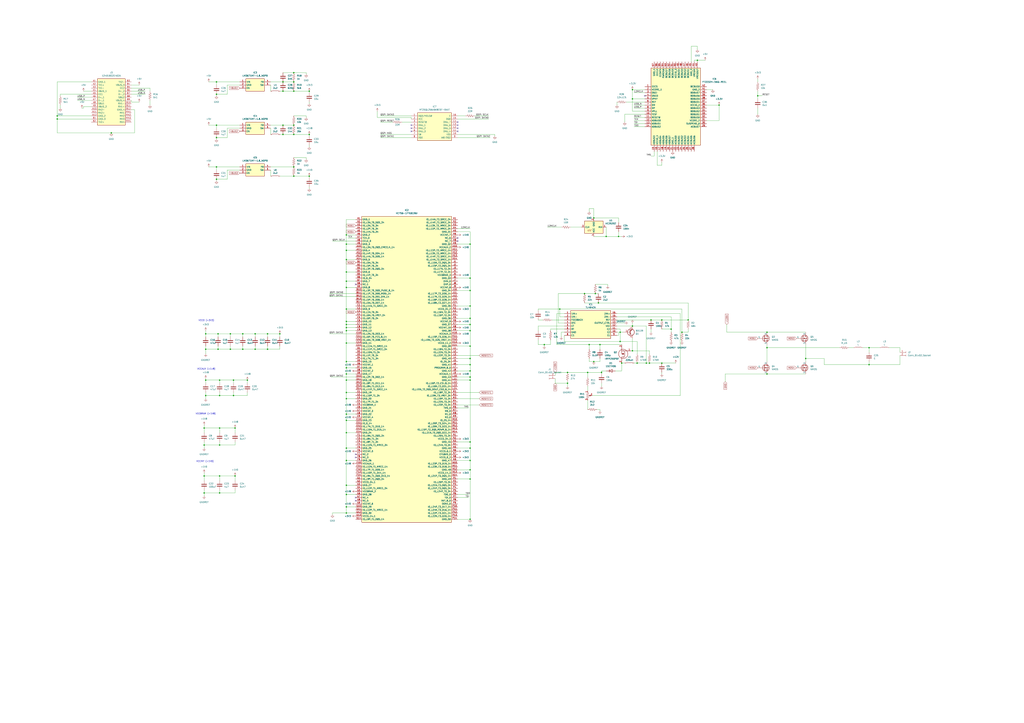
<source format=kicad_sch>
(kicad_sch (version 20231120) (generator "eeschema") (generator_version "8.0")
  (paper "A1")
  (junction (at 284.48 269.24))
  (junction (at 533.4 298.45))
  (junction (at 284.48 264.16))
  (junction (at 483.87 283.21))
  (junction (at 534.67 262.89))
  (junction (at 180.34 351.79))
  (junction (at 284.48 398.78))
  (junction (at 168.91 325.12))
  (junction (at 177.8 113.03))
  (junction (at 386.08 393.7))
  (junction (at 543.56 298.45))
  (junction (at 713.74 285.75))
  (junction (at 519.43 73.66))
  (junction (at 254 110.49))
  (junction (at 386.08 261.62))
  (junction (at 241.3 137.16))
  (junction (at 189.23 287.02))
  (junction (at 167.64 351.79))
  (junction (at 510.54 298.45))
  (junction (at 232.41 74.93))
  (junction (at 488.95 241.3))
  (junction (at 629.92 307.34))
  (junction (at 459.74 254))
  (junction (at 180.34 312.42))
  (junction (at 713.74 299.72))
  (junction (at 386.08 284.48))
  (junction (at 386.08 299.72))
  (junction (at 629.92 273.05))
  (junction (at 509.27 273.05))
  (junction (at 492.76 283.21))
  (junction (at 386.08 200.66))
  (junction (at 284.48 368.3))
  (junction (at 551.18 270.51))
  (junction (at 254 74.93))
  (junction (at 284.48 297.18))
  (junction (at 482.6 306.07))
  (junction (at 565.15 262.89))
  (junction (at 191.77 325.12))
  (junction (at 179.07 274.32))
  (junction (at 209.55 287.02))
  (junction (at 386.08 251.46))
  (junction (at 241.3 67.31))
  (junction (at 191.77 312.42))
  (junction (at 661.67 294.64))
  (junction (at 386.08 386.08))
  (junction (at 180.34 391.16))
  (junction (at 284.48 312.42))
  (junction (at 491.49 248.92))
  (junction (at 284.48 322.58))
  (junction (at 543.56 262.89))
  (junction (at 386.08 368.3))
  (junction (at 530.86 298.45))
  (junction (at 284.48 223.52))
  (junction (at 519.43 81.28))
  (junction (at 386.08 426.72))
  (junction (at 46.99 97.79))
  (junction (at 177.8 77.47))
  (junction (at 284.48 213.36))
  (junction (at 254 144.78))
  (junction (at 284.48 193.04))
  (junction (at 203.2 312.42))
  (junction (at 199.39 287.02))
  (junction (at 519.43 267.97))
  (junction (at 284.48 416.56))
  (junction (at 284.48 340.36))
  (junction (at 179.07 287.02))
  (junction (at 284.48 378.46))
  (junction (at 168.91 287.02))
  (junction (at 180.34 325.12))
  (junction (at 284.48 271.78))
  (junction (at 177.8 102.87))
  (junction (at 180.34 365.76))
  (junction (at 232.41 102.87))
  (junction (at 167.64 391.16))
  (junction (at 241.3 74.93))
  (junction (at 241.3 110.49))
  (junction (at 497.84 194.31))
  (junction (at 284.48 406.4))
  (junction (at 386.08 363.22))
  (junction (at 386.08 228.6))
  (junction (at 284.48 345.44))
  (junction (at 284.48 281.94))
  (junction (at 241.3 102.87))
  (junction (at 177.8 147.32))
  (junction (at 46.99 95.25))
  (junction (at 487.68 179.07))
  (junction (at 241.3 59.69))
  (junction (at 284.48 302.26))
  (junction (at 386.08 304.8))
  (junction (at 284.48 266.7))
  (junction (at 386.08 266.7))
  (junction (at 232.41 67.31))
  (junction (at 560.07 273.05))
  (junction (at 168.91 312.42))
  (junction (at 622.3 78.74))
  (junction (at 193.04 391.16))
  (junction (at 167.64 365.76))
  (junction (at 177.8 137.16))
  (junction (at 284.48 254))
  (junction (at 284.48 355.6))
  (junction (at 284.48 205.74))
  (junction (at 629.92 285.75))
  (junction (at 466.09 314.96))
  (junction (at 241.3 144.78))
  (junction (at 284.48 200.66))
  (junction (at 386.08 271.78))
  (junction (at 386.08 294.64))
  (junction (at 508 194.31))
  (junction (at 466.09 306.07))
  (junction (at 219.71 287.02))
  (junction (at 523.24 298.45))
  (junction (at 177.8 67.31))
  (junction (at 193.04 351.79))
  (junction (at 572.77 49.53))
  (junction (at 590.55 86.36))
  (junction (at 167.64 405.13))
  (junction (at 284.48 231.14))
  (junction (at 189.23 274.32))
  (junction (at 284.48 327.66))
  (junction (at 232.41 110.49))
  (junction (at 519.43 288.29))
  (junction (at 229.87 274.32))
  (junction (at 284.48 421.64))
  (junction (at 386.08 312.42))
  (junction (at 91.44 109.22))
  (junction (at 219.71 274.32))
  (junction (at 509.27 280.67))
  (junction (at 284.48 236.22))
  (junction (at 494.03 306.07))
  (junction (at 284.48 307.34))
  (junction (at 480.06 241.3))
  (junction (at 386.08 378.46))
  (junction (at 487.68 297.18))
  (junction (at 209.55 274.32))
  (junction (at 447.04 283.21))
  (junction (at 386.08 309.88))
  (junction (at 180.34 405.13))
  (junction (at 168.91 274.32))
  (junction (at 199.39 274.32))
  (junction (at 386.08 238.76))
  (no_connect (at 375.92 102.87))
  (no_connect (at 375.92 107.95))
  (no_connect (at 292.1 411.48))
  (no_connect (at 337.82 105.41))
  (no_connect (at 375.92 105.41))
  (no_connect (at 292.1 373.38))
  (no_connect (at 529.59 78.74))
  (no_connect (at 337.82 107.95))
  (no_connect (at 375.92 195.58))
  (no_connect (at 375.92 198.12))
  (no_connect (at 292.1 233.68))
  (no_connect (at 375.92 100.33))
  (no_connect (at 292.1 375.92))
  (no_connect (at 337.82 102.87))
  (no_connect (at 292.1 408.94))
  (wire (pts (xy 463.55 267.97) (xy 441.96 267.97)))
  (wire (pts (xy 232.41 74.93) (xy 241.3 74.93)))
  (wire (pts (xy 530.86 267.97) (xy 530.86 298.45)))
  (wire (pts (xy 251.46 59.69) (xy 251.46 60.96)))
  (wire (pts (xy 506.73 83.82) (xy 506.73 86.36)))
  (wire (pts (xy 46.99 109.22) (xy 91.44 109.22)))
  (wire (pts (xy 254 110.49) (xy 254 111.76)))
  (wire (pts (xy 565.15 248.92) (xy 491.49 248.92)))
  (wire (pts (xy 203.2 312.42) (xy 203.2 314.96)))
  (wire (pts (xy 241.3 144.78) (xy 254 144.78)))
  (wire (pts (xy 482.6 328.93) (xy 482.6 336.55)))
  (wire (pts (xy 191.77 322.58) (xy 191.77 325.12)))
  (wire (pts (xy 292.1 322.58) (xy 284.48 322.58)))
  (wire (pts (xy 284.48 213.36) (xy 284.48 223.52)))
  (wire (pts (xy 506.73 262.89) (xy 534.67 262.89)))
  (wire (pts (xy 676.91 294.64) (xy 661.67 294.64)))
  (wire (pts (xy 271.78 309.88) (xy 292.1 309.88)))
  (wire (pts (xy 123.19 82.55) (xy 123.19 86.36)))
  (wire (pts (xy 441.96 255.27) (xy 441.96 254)))
  (wire (pts (xy 46.99 67.31) (xy 46.99 95.25)))
  (wire (pts (xy 393.7 322.58) (xy 375.92 322.58)))
  (wire (pts (xy 458.47 265.43) (xy 458.47 241.3)))
  (wire (pts (xy 461.01 273.05) (xy 461.01 276.86)))
  (wire (pts (xy 543.56 306.07) (xy 543.56 307.34)))
  (wire (pts (xy 457.2 257.81) (xy 457.2 283.21)))
  (wire (pts (xy 292.1 264.16) (xy 284.48 264.16)))
  (wire (pts (xy 519.43 267.97) (xy 519.43 265.43)))
  (wire (pts (xy 375.92 408.94) (xy 384.81 408.94)))
  (wire (pts (xy 284.48 200.66) (xy 284.48 205.74)))
  (wire (pts (xy 487.68 297.18) (xy 492.76 297.18)))
  (wire (pts (xy 292.1 416.56) (xy 284.48 416.56)))
  (wire (pts (xy 179.07 287.02) (xy 189.23 287.02)))
  (wire (pts (xy 519.43 81.28) (xy 529.59 81.28)))
  (wire (pts (xy 68.58 74.93) (xy 74.93 74.93)))
  (wire (pts (xy 337.82 96.52) (xy 309.88 96.52)))
  (wire (pts (xy 386.08 393.7) (xy 386.08 426.72)))
  (wire (pts (xy 375.92 299.72) (xy 386.08 299.72)))
  (wire (pts (xy 189.23 284.48) (xy 189.23 287.02)))
  (wire (pts (xy 292.1 327.66) (xy 284.48 327.66)))
  (wire (pts (xy 626.11 78.74) (xy 622.3 78.74)))
  (wire (pts (xy 622.3 64.77) (xy 622.3 67.31)))
  (wire (pts (xy 570.23 49.53) (xy 572.77 49.53)))
  (wire (pts (xy 622.3 78.74) (xy 622.3 81.28)))
  (wire (pts (xy 114.3 83.82) (xy 107.95 83.82)))
  (wire (pts (xy 273.05 421.64) (xy 273.05 422.91)))
  (wire (pts (xy 177.8 147.32) (xy 177.8 148.59)))
  (wire (pts (xy 537.21 124.46) (xy 537.21 128.27)))
  (wire (pts (xy 284.48 269.24) (xy 284.48 271.78)))
  (wire (pts (xy 483.87 283.21) (xy 483.87 287.02)))
  (wire (pts (xy 254 154.94) (xy 254 153.67)))
  (wire (pts (xy 292.1 340.36) (xy 284.48 340.36)))
  (wire (pts (xy 494.03 314.96) (xy 494.03 317.5)))
  (wire (pts (xy 523.24 298.45) (xy 530.86 298.45)))
  (wire (pts (xy 590.55 86.36) (xy 590.55 99.06)))
  (wire (pts (xy 386.08 238.76) (xy 386.08 251.46)))
  (wire (pts (xy 241.3 129.54) (xy 251.46 129.54)))
  (wire (pts (xy 168.91 312.42) (xy 180.34 312.42)))
  (wire (pts (xy 406.4 110.49) (xy 406.4 111.76)))
  (wire (pts (xy 222.25 69.85) (xy 222.25 74.93)))
  (wire (pts (xy 466.09 314.96) (xy 466.09 317.5)))
  (wire (pts (xy 508 194.31) (xy 510.54 194.31)))
  (wire (pts (xy 441.96 267.97) (xy 441.96 271.78)))
  (wire (pts (xy 232.41 102.87) (xy 241.3 102.87)))
  (wire (pts (xy 543.56 262.89) (xy 565.15 262.89)))
  (wire (pts (xy 68.58 87.63) (xy 68.58 88.9)))
  (wire (pts (xy 497.84 194.31) (xy 508 194.31)))
  (wire (pts (xy 590.55 99.06) (xy 580.39 99.06)))
  (wire (pts (xy 713.74 299.72) (xy 676.91 299.72)))
  (wire (pts (xy 219.71 274.32) (xy 229.87 274.32)))
  (wire (pts (xy 463.55 260.35) (xy 459.74 260.35)))
  (wire (pts (xy 509.27 280.67) (xy 509.27 273.05)))
  (wire (pts (xy 487.68 179.07) (xy 508 179.07)))
  (wire (pts (xy 386.08 309.88) (xy 386.08 312.42)))
  (wire (pts (xy 375.92 393.7) (xy 386.08 393.7)))
  (wire (pts (xy 519.43 288.29) (xy 518.16 288.29)))
  (wire (pts (xy 167.64 391.16) (xy 180.34 391.16)))
  (wire (pts (xy 375.92 251.46) (xy 386.08 251.46)))
  (wire (pts (xy 492.76 294.64) (xy 492.76 297.18)))
  (wire (pts (xy 622.3 88.9) (xy 622.3 93.98)))
  (wire (pts (xy 452.12 283.21) (xy 452.12 279.4)))
  (wire (pts (xy 491.49 248.92) (xy 480.06 248.92)))
  (wire (pts (xy 222.25 139.7) (xy 222.25 144.78)))
  (wire (pts (xy 375.92 187.96) (xy 386.08 187.96)))
  (wire (pts (xy 189.23 274.32) (xy 189.23 276.86)))
  (wire (pts (xy 284.48 322.58) (xy 284.48 327.66)))
  (wire (pts (xy 558.8 257.81) (xy 558.8 325.12)))
  (wire (pts (xy 520.7 104.14) (xy 529.59 104.14)))
  (wire (pts (xy 199.39 274.32) (xy 199.39 276.86)))
  (wire (pts (xy 284.48 416.56) (xy 284.48 421.64)))
  (wire (pts (xy 177.8 137.16) (xy 196.85 137.16)))
  (wire (pts (xy 386.08 271.78) (xy 386.08 284.48)))
  (wire (pts (xy 167.64 363.22) (xy 167.64 365.76)))
  (wire (pts (xy 492.76 283.21) (xy 510.54 283.21)))
  (wire (pts (xy 506.73 267.97) (xy 519.43 267.97)))
  (wire (pts (xy 466.09 313.69) (xy 466.09 314.96)))
  (wire (pts (xy 565.15 273.05) (xy 560.07 273.05)))
  (wire (pts (xy 520.7 88.9) (xy 529.59 88.9)))
  (wire (pts (xy 284.48 266.7) (xy 284.48 269.24)))
  (wire (pts (xy 375.92 304.8) (xy 386.08 304.8)))
  (wire (pts (xy 292.1 271.78) (xy 284.48 271.78)))
  (wire (pts (xy 629.92 285.75) (xy 629.92 297.18)))
  (wire (pts (xy 375.92 238.76) (xy 386.08 238.76)))
  (wire (pts (xy 482.6 306.07) (xy 494.03 306.07)))
  (wire (pts (xy 595.63 313.69) (xy 595.63 307.34)))
  (wire (pts (xy 229.87 284.48) (xy 229.87 287.02)))
  (wire (pts (xy 506.73 273.05) (xy 508 273.05)))
  (wire (pts (xy 180.34 363.22) (xy 180.34 365.76)))
  (wire (pts (xy 629.92 307.34) (xy 661.67 307.34)))
  (wire (pts (xy 180.34 391.16) (xy 180.34 394.97)))
  (wire (pts (xy 168.91 271.78) (xy 168.91 274.32)))
  (wire (pts (xy 492.76 283.21) (xy 492.76 287.02)))
  (wire (pts (xy 508 275.59) (xy 506.73 275.59)))
  (wire (pts (xy 375.92 95.25) (xy 382.27 95.25)))
  (wire (pts (xy 191.77 312.42) (xy 203.2 312.42)))
  (wire (pts (xy 510.54 298.45) (xy 510.54 304.8)))
  (wire (pts (xy 110.49 90.17) (xy 110.49 109.22)))
  (wire (pts (xy 284.48 271.78) (xy 284.48 281.94)))
  (wire (pts (xy 270.51 243.84) (xy 292.1 243.84)))
  (wire (pts (xy 284.48 254) (xy 292.1 254)))
  (wire (pts (xy 180.34 391.16) (xy 193.04 391.16)))
  (wire (pts (xy 629.92 283.21) (xy 629.92 285.75)))
  (wire (pts (xy 219.71 284.48) (xy 219.71 287.02)))
  (wire (pts (xy 629.92 273.05) (xy 596.9 273.05)))
  (wire (pts (xy 168.91 274.32) (xy 179.07 274.32)))
  (wire (pts (xy 386.08 299.72) (xy 386.08 304.8)))
  (wire (pts (xy 506.73 265.43) (xy 513.08 265.43)))
  (wire (pts (xy 177.8 77.47) (xy 186.69 77.47)))
  (wire (pts (xy 177.8 113.03) (xy 186.69 113.03)))
  (wire (pts (xy 167.64 351.79) (xy 180.34 351.79)))
  (wire (pts (xy 519.43 73.66) (xy 519.43 81.28)))
  (wire (pts (xy 482.6 309.88) (xy 482.6 306.07)))
  (wire (pts (xy 529.59 93.98) (xy 513.08 93.98)))
  (wire (pts (xy 284.48 231.14) (xy 284.48 236.22)))
  (wire (pts (xy 177.8 102.87) (xy 196.85 102.87)))
  (wire (pts (xy 107.95 72.39) (xy 123.19 72.39)))
  (wire (pts (xy 229.87 144.78) (xy 241.3 144.78)))
  (wire (pts (xy 107.95 74.93) (xy 119.38 74.93)))
  (wire (pts (xy 386.08 368.3) (xy 386.08 378.46)))
  (wire (pts (xy 222.25 67.31) (xy 232.41 67.31)))
  (wire (pts (xy 232.41 110.49) (xy 241.3 110.49)))
  (wire (pts (xy 186.69 69.85) (xy 196.85 69.85)))
  (wire (pts (xy 254 120.65) (xy 254 119.38)))
  (wire (pts (xy 520.7 76.2) (xy 529.59 76.2)))
  (wire (pts (xy 551.18 273.05) (xy 551.18 270.51)))
  (wire (pts (xy 375.92 386.08) (xy 386.08 386.08)))
  (wire (pts (xy 63.5 80.01) (xy 74.93 80.01)))
  (wire (pts (xy 312.42 95.25) (xy 337.82 95.25)))
  (wire (pts (xy 107.95 83.82) (xy 107.95 82.55)))
  (wire (pts (xy 285.75 195.58) (xy 292.1 195.58)))
  (wire (pts (xy 292.1 297.18) (xy 284.48 297.18)))
  (wire (pts (xy 622.3 74.93) (xy 622.3 78.74)))
  (wire (pts (xy 292.1 180.34) (xy 284.48 180.34)))
  (wire (pts (xy 483.87 171.45) (xy 487.68 171.45)))
  (wire (pts (xy 441.96 262.89) (xy 445.77 262.89)))
  (wire (pts (xy 284.48 281.94) (xy 284.48 297.18)))
  (wire (pts (xy 580.39 86.36) (xy 590.55 86.36)))
  (wire (pts (xy 284.48 254) (xy 284.48 264.16)))
  (wire (pts (xy 284.48 345.44) (xy 284.48 355.6)))
  (wire (pts (xy 494.03 304.8) (xy 494.03 306.07)))
  (wire (pts (xy 449.58 186.69) (xy 461.01 186.69)))
  (wire (pts (xy 312.42 113.03) (xy 337.82 113.03)))
  (wire (pts (xy 375.92 309.88) (xy 386.08 309.88)))
  (wire (pts (xy 107.95 77.47) (xy 119.38 77.47)))
  (wire (pts (xy 209.55 274.32) (xy 219.71 274.32)))
  (wire (pts (xy 180.34 312.42) (xy 191.77 312.42)))
  (wire (pts (xy 179.07 274.32) (xy 179.07 276.86)))
  (wire (pts (xy 284.48 368.3) (xy 284.48 378.46)))
  (wire (pts (xy 386.08 304.8) (xy 386.08 309.88)))
  (wire (pts (xy 177.8 77.47) (xy 177.8 78.74)))
  (wire (pts (xy 284.48 236.22) (xy 284.48 254)))
  (wire (pts (xy 209.55 287.02) (xy 219.71 287.02)))
  (wire (pts (xy 254 144.78) (xy 254 146.05)))
  (wire (pts (xy 284.48 307.34) (xy 284.48 312.42)))
  (wire (pts (xy 292.1 312.42) (xy 284.48 312.42)))
  (wire (pts (xy 537.21 128.27) (xy 534.67 128.27)))
  (wire (pts (xy 739.14 285.75) (xy 739.14 289.56)))
  (wire (pts (xy 730.25 285.75) (xy 739.14 285.75)))
  (wire (pts (xy 487.68 194.31) (xy 497.84 194.31)))
  (wire (pts (xy 273.05 421.64) (xy 284.48 421.64)))
  (wire (pts (xy 168.91 287.02) (xy 179.07 287.02)))
  (wire (pts (xy 179.07 284.48) (xy 179.07 287.02)))
  (wire (pts (xy 292.1 302.26) (xy 284.48 302.26)))
  (wire (pts (xy 292.1 231.14) (xy 284.48 231.14)))
  (wire (pts (xy 193.04 405.13) (xy 193.04 402.59)))
  (wire (pts (xy 487.68 171.45) (xy 487.68 179.07)))
  (wire (pts (xy 713.74 285.75) (xy 722.63 285.75)))
  (wire (pts (xy 292.1 406.4) (xy 284.48 406.4)))
  (wire (pts (xy 508 179.07) (xy 508 182.88)))
  (wire (pts (xy 386.08 190.5) (xy 386.08 200.66)))
  (wire (pts (xy 596.9 273.05) (xy 596.9 266.7)))
  (wire (pts (xy 739.14 292.1) (xy 739.14 299.72)))
  (wire (pts (xy 713.74 297.18) (xy 713.74 299.72)))
  (wire (pts (xy 488.95 241.3) (xy 491.49 241.3)))
  (wire (pts (xy 441.96 254) (xy 459.74 254)))
  (wire (pts (xy 168.91 325.12) (xy 168.91 327.66)))
  (wire (pts (xy 254 85.09) (xy 254 83.82)))
  (wire (pts (xy 168.91 312.42) (xy 168.91 314.96)))
  (wire (pts (xy 74.93 77.47) (xy 49.53 77.47)))
  (wire (pts (xy 46.99 97.79) (xy 46.99 109.22)))
  (wire (pts (xy 455.93 311.15) (xy 455.93 314.96)))
  (wire (pts (xy 177.8 137.16) (xy 177.8 139.7)))
  (wire (pts (xy 292.1 345.44) (xy 284.48 345.44)))
  (wire (pts (xy 463.55 270.51) (xy 452.12 270.51)))
  (wire (pts (xy 68.58 87.63) (xy 74.93 87.63)))
  (wire (pts (xy 375.92 97.79) (xy 401.32 97.79)))
  (wire (pts (xy 180.34 312.42) (xy 180.34 314.96)))
  (wire (pts (xy 533.4 290.83) (xy 533.4 288.29)))
  (wire (pts (xy 375.92 200.66) (xy 386.08 200.66)))
  (wire (pts (xy 229.87 274.32) (xy 229.87 276.86)))
  (wire (pts (xy 219.71 287.02) (xy 229.87 287.02)))
  (wire (pts (xy 167.64 365.76) (xy 167.64 368.3)))
  (wire (pts (xy 375.92 426.72) (xy 386.08 426.72)))
  (wire (pts (xy 46.99 95.25) (xy 46.99 97.79)))
  (wire (pts (xy 292.1 213.36) (xy 284.48 213.36)))
  (wire (pts (xy 375.92 228.6) (xy 386.08 228.6)))
  (wire (pts (xy 284.48 205.74) (xy 284.48 213.36)))
  (wire (pts (xy 463.55 257.81) (xy 457.2 257.81)))
  (wire (pts (xy 292.1 307.34) (xy 284.48 307.34)))
  (wire (pts (xy 386.08 294.64) (xy 386.08 299.72)))
  (wire (pts (xy 167.64 391.16) (xy 167.64 394.97)))
  (wire (pts (xy 191.77 325.12) (xy 203.2 325.12)))
  (wire (pts (xy 661.67 283.21) (xy 661.67 294.64)))
  (wire (pts (xy 389.89 95.25) (xy 401.32 95.25)))
  (wire (pts (xy 177.8 102.87) (xy 177.8 105.41)))
  (wire (pts (xy 393.7 332.74) (xy 375.92 332.74)))
  (wire (pts (xy 452.12 270.51) (xy 452.12 271.78)))
  (wire (pts (xy 167.64 402.59) (xy 167.64 405.13)))
  (wire (pts (xy 386.08 386.08) (xy 386.08 393.7)))
  (wire (pts (xy 284.48 269.24) (xy 292.1 269.24)))
  (wire (pts (xy 193.04 391.16) (xy 193.04 394.97)))
  (wire (pts (xy 219.71 274.32) (xy 219.71 276.86)))
  (wire (pts (xy 168.91 322.58) (xy 168.91 325.12)))
  (wire (pts (xy 337.82 96.52) (xy 337.82 97.79)))
  (wire (pts (xy 284.48 340.36) (xy 284.48 345.44)))
  (wire (pts (xy 284.48 193.04) (xy 292.1 193.04)))
  (wire (pts (xy 463.55 280.67) (xy 509.27 280.67)))
  (wire (pts (xy 189.23 274.32) (xy 199.39 274.32)))
  (wire (pts (xy 292.1 378.46) (xy 284.48 378.46)))
  (wire (pts (xy 284.48 200.66) (xy 292.1 200.66)))
  (wire (pts (xy 386.08 378.46) (xy 386.08 386.08)))
  (wire (pts (xy 463.55 273.05) (xy 461.01 273.05)))
  (wire (pts (xy 177.8 147.32) (xy 186.69 147.32)))
  (wire (pts (xy 520.7 99.06) (xy 529.59 99.06)))
  (wire (pts (xy 180.34 351.79) (xy 193.04 351.79)))
  (wire (pts (xy 497.84 304.8) (xy 494.03 304.8)))
  (wire (pts (xy 284.48 193.04) (xy 284.48 200.66)))
  (wire (pts (xy 168.91 290.83) (xy 168.91 287.02)))
  (wire (pts (xy 676.91 299.72) (xy 676.91 294.64)))
  (wire (pts (xy 375.92 190.5) (xy 386.08 190.5)))
  (wire (pts (xy 46.99 95.25) (xy 74.93 95.25)))
  (wire (pts (xy 661.67 294.64) (xy 661.67 297.18)))
  (wire (pts (xy 203.2 322.58) (xy 203.2 325.12)))
  (wire (pts (xy 386.08 261.62) (xy 386.08 266.7)))
  (wire (pts (xy 46.99 97.79) (xy 74.93 97.79)))
  (wire (pts (xy 284.48 264.16) (xy 284.48 266.7)))
  (wire (pts (xy 232.41 67.31) (xy 241.3 67.31)))
  (wire (pts (xy 375.92 271.78) (xy 386.08 271.78)))
  (wire (pts (xy 284.48 398.78) (xy 284.48 406.4)))
  (wire (pts (xy 167.64 351.79) (xy 167.64 355.6)))
  (wire (pts (xy 186.69 113.03) (xy 186.69 105.41)))
  (wire (pts (xy 375.92 113.03) (xy 402.59 113.03)))
  (wire (pts (xy 483.87 173.99) (xy 483.87 171.45)))
  (wire (pts (xy 167.64 388.62) (xy 167.64 391.16)))
  (wire (pts (xy 447.04 283.21) (xy 447.04 284.48)))
  (wire (pts (xy 375.92 363.22) (xy 386.08 363.22)))
  (wire (pts (xy 292.1 236.22) (xy 284.48 236.22)))
  (wire (pts (xy 167.64 405.13) (xy 167.64 407.67)))
  (wire (pts (xy 447.04 283.21) (xy 452.12 283.21)))
  (wire (pts (xy 179.07 274.32) (xy 189.23 274.32)))
  (wire (pts (xy 488.95 233.68) (xy 499.11 233.68)))
  (wire (pts (xy 513.08 93.98) (xy 513.08 100.33)))
  (wire (pts (xy 386.08 200.66) (xy 386.08 228.6)))
  (wire (pts (xy 629.92 285.75) (xy 689.61 285.75)))
  (wire (pts (xy 63.5 82.55) (xy 74.93 82.55)))
  (wire (pts (xy 565.15 270.51) (xy 565.15 273.05)))
  (wire (pts (xy 186.69 139.7) (xy 196.85 139.7)))
  (wire (pts (xy 284.48 327.66) (xy 284.48 340.36)))
  (wire (pts (xy 386.08 228.6) (xy 386.08 238.76)))
  (wire (pts (xy 375.92 266.7) (xy 386.08 266.7)))
  (wire (pts (xy 177.8 67.31) (xy 177.8 69.85)))
  (wire (pts (xy 463.55 275.59) (xy 463.55 280.67)))
  (wire (pts (xy 375.92 312.42) (xy 386.08 312.42)))
  (wire (pts (xy 273.05 198.12) (xy 292.1 198.12)))
  (wire (pts (xy 222.25 137.16) (xy 241.3 137.16)))
  (wire (pts (xy 509.27 273.05) (xy 511.81 273.05)))
  (wire (pts (xy 123.19 72.39) (xy 123.19 74.93)))
  (wire (pts (xy 554.99 298.45) (xy 543.56 298.45)))
  (wire (pts (xy 713.74 285.75) (xy 713.74 289.56)))
  (wire (pts (xy 232.41 59.69) (xy 241.3 59.69)))
  (wire (pts (xy 375.92 406.4) (xy 384.81 406.4)))
  (wire (pts (xy 453.39 262.89) (xy 463.55 262.89)))
  (wire (pts (xy 520.7 101.6) (xy 529.59 101.6)))
  (wire (pts (xy 171.45 137.16) (xy 177.8 137.16)))
  (wire (pts (xy 468.63 186.69) (xy 477.52 186.69)))
  (wire (pts (xy 551.18 260.35) (xy 506.73 260.35)))
  (wire (pts (xy 312.42 110.49) (xy 337.82 110.49)))
  (wire (pts (xy 292.1 266.7) (xy 284.48 266.7)))
  (wire (pts (xy 284.48 312.42) (xy 284.48 322.58)))
  (wire (pts (xy 567.69 38.1) (xy 572.77 38.1)))
  (wire (pts (xy 375.92 378.46) (xy 386.08 378.46)))
  (wire (pts (xy 458.47 241.3) (xy 480.06 241.3)))
  (wire (pts (xy 270.51 274.32) (xy 292.1 274.32)))
  (wire (pts (xy 284.48 406.4) (xy 284.48 416.56)))
  (wire (pts (xy 386.08 284.48) (xy 386.08 294.64)))
  (wire (pts (xy 168.91 311.15) (xy 168.91 312.42)))
  (wire (pts (xy 483.87 283.21) (xy 492.76 283.21)))
  (wire (pts (xy 560.07 254) (xy 560.07 273.05)))
  (wire (pts (xy 68.58 88.9) (xy 67.31 88.9)))
  (wire (pts (xy 177.8 113.03) (xy 177.8 114.3)))
  (wire (pts (xy 375.92 261.62) (xy 386.08 261.62)))
  (wire (pts (xy 330.2 100.33) (xy 337.82 100.33)))
  (wire (pts (xy 375.92 110.49) (xy 406.4 110.49)))
  (wire (pts (xy 505.46 304.8) (xy 510.54 304.8)))
  (wire (pts (xy 497.84 194.31) (xy 497.84 186.69)))
  (wire (pts (xy 241.3 110.49) (xy 254 110.49)))
  (wire (pts (xy 539.75 135.89) (xy 543.56 135.89)))
  (wire (pts (xy 375.92 284.48) (xy 386.08 284.48)))
  (wire (pts (xy 292.1 368.3) (xy 284.48 368.3)))
  (wire (pts (xy 459.74 254) (xy 560.07 254)))
  (wire (pts (xy 539.75 124.46) (xy 539.75 135.89)))
  (wire (pts (xy 708.66 285.75) (xy 713.74 285.75)))
  (wire (pts (xy 520.7 298.45) (xy 523.24 298.45)))
  (wire (pts (xy 284.48 223.52) (xy 284.48 231.14)))
  (wire (pts (xy 459.74 260.35) (xy 459.74 254)))
  (wire (pts (xy 193.04 365.76) (xy 193.04 363.22)))
  (wire (pts (xy 375.92 368.3) (xy 386.08 368.3)))
  (wire (pts (xy 697.23 285.75) (xy 701.04 285.75)))
  (wire (pts (xy 168.91 274.32) (xy 168.91 276.86)))
  (wire (pts (xy 739.14 299.72) (xy 713.74 299.72)))
  (wire (pts (xy 222.25 102.87) (xy 232.41 102.87)))
  (wire (pts (xy 199.39 287.02) (xy 209.55 287.02)))
  (wire (pts (xy 177.8 67.31) (xy 196.85 67.31)))
  (wire (pts (xy 480.06 241.3) (xy 488.95 241.3)))
  (wire (pts (xy 180.34 365.76) (xy 193.04 365.76)))
  (wire (pts (xy 375.92 294.64) (xy 386.08 294.64)))
  (wire (pts (xy 530.86 298.45) (xy 533.4 298.45)))
  (wire (pts (xy 466.09 306.07) (xy 482.6 306.07)))
  (wire (pts (xy 254 74.93) (xy 254 76.2)))
  (wire (pts (xy 565.15 262.89) (xy 565.15 248.92)))
  (wire (pts (xy 167.64 365.76) (xy 180.34 365.76)))
  (wire (pts (xy 186.69 77.47) (xy 186.69 69.85)))
  (wire (pts (xy 519.43 278.13) (xy 519.43 288.29)))
  (wire (pts (xy 520.7 86.36) (xy 529.59 86.36)))
  (wire (pts (xy 514.35 83.82) (xy 529.59 83.82)))
  (wire (pts (xy 490.22 336.55) (xy 492.76 336.55)))
  (wire (pts (xy 570.23 50.8) (xy 570.23 49.53)))
  (wire (pts (xy 499.11 233.68) (xy 499.11 234.95)))
  (wire (pts (xy 572.77 49.53) (xy 579.12 49.53)))
  (wire (pts (xy 567.69 50.8) (xy 567.69 38.1)))
  (wire (pts (xy 167.64 349.25) (xy 167.64 351.79)))
  (wire (pts (xy 209.55 284.48) (xy 209.55 287.02)))
  (wire (pts (xy 229.87 74.93) (xy 232.41 74.93)))
  (wire (pts (xy 171.45 67.31) (xy 177.8 67.31)))
  (wire (pts (xy 270.51 241.3) (xy 292.1 241.3)))
  (wire (pts (xy 189.23 287.02) (xy 199.39 287.02)))
  (wire (pts (xy 519.43 267.97) (xy 530.86 267.97)))
  (wire (pts (xy 393.7 292.1) (xy 375.92 292.1)))
  (wire (pts (xy 222.25 105.41) (xy 222.25 110.49)))
  (wire (pts (xy 292.1 355.6) (xy 284.48 355.6)))
  (wire (pts (xy 441.96 279.4) (xy 441.96 283.21)))
  (wire (pts (xy 168.91 284.48) (xy 168.91 287.02)))
  (wire (pts (xy 292.1 398.78) (xy 284.48 398.78)))
  (wire (pts (xy 455.93 308.61) (xy 455.93 306.07)))
  (wire (pts (xy 533.4 298.45) (xy 543.56 298.45)))
  (wire (pts (xy 309.88 96.52) (xy 309.88 91.44)))
  (wire (pts (xy 534.67 262.89) (xy 543.56 262.89)))
  (wire (pts (xy 284.48 205.74) (xy 292.1 205.74)))
  (wire (pts (xy 251.46 95.25) (xy 251.46 96.52)))
  (wire (pts (xy 251.46 129.54) (xy 251.46 130.81)))
  (wire (pts (xy 543.56 270.51) (xy 551.18 270.51)))
  (wire (pts (xy 168.91 325.12) (xy 180.34 325.12)))
  (wire (pts (xy 193.04 351.79) (xy 193.04 355.6)))
  (wire (pts (xy 572.77 49.53) (xy 572.77 50.8)))
  (wire (pts (xy 74.93 67.31) (xy 46.99 67.31)))
  (wire (pts (xy 241.3 59.69) (xy 251.46 59.69)))
  (wire (pts (xy 284.48 355.6) (xy 284.48 368.3)))
  (wire (pts (xy 455.93 306.07) (xy 466.09 306.07)))
  (wire (pts (xy 508 273.05) (xy 508 275.59)))
  (wire (pts (xy 312.42 100.33) (xy 322.58 100.33)))
  (wire (pts (xy 457.2 283.21) (xy 483.87 283.21)))
  (wire (pts (xy 191.77 312.42) (xy 191.77 314.96)))
  (wire (pts (xy 386.08 251.46) (xy 386.08 261.62)))
  (wire (pts (xy 551.18 270.51) (xy 551.18 260.35)))
  (wire (pts (xy 375.92 335.28) (xy 384.81 335.28)))
  (wire (pts (xy 572.77 38.1) (xy 572.77 40.64)))
  (wire (pts (xy 519.43 91.44) (xy 519.43 81.28)))
  (wire (pts (xy 494.03 306.07) (xy 494.03 307.34)))
  (wire (pts (xy 199.39 274.32) (xy 209.55 274.32)))
  (wire (pts (xy 186.69 147.32) (xy 186.69 139.7)))
  (wire (pts (xy 543.56 133.35) (xy 543.56 135.89)))
  (wire (pts (xy 229.87 110.49) (xy 232.41 110.49)))
  (wire (pts (xy 580.39 73.66) (xy 585.47 73.66)))
  (wire (pts (xy 284.48 180.34) (xy 284.48 193.04)))
  (wire (pts (xy 292.1 223.52) (xy 284.48 223.52)))
  (wire (pts (xy 209.55 274.32) (xy 209.55 276.86)))
  (wire (pts (xy 483.87 297.18) (xy 487.68 297.18)))
  (wire (pts (xy 180.34 325.12) (xy 191.77 325.12)))
  (wire (pts (xy 558.8 325.12) (xy 486.41 325.12)))
  (wire (pts (xy 492.76 337.82) (xy 492.76 336.55)))
  (wire (pts (xy 186.69 105.41) (xy 196.85 105.41)))
  (wire (pts (xy 482.6 317.5) (xy 482.6 321.31)))
  (wire (pts (xy 519.43 288.29) (xy 533.4 288.29)))
  (wire (pts (xy 167.64 405.13) (xy 180.34 405.13)))
  (wire (pts (xy 483.87 294.64) (xy 483.87 297.18)))
  (wire (pts (xy 284.48 378.46) (xy 284.48 398.78)))
  (wire (pts (xy 508 190.5) (xy 508 194.31)))
  (wire (pts (xy 523.24 280.67) (xy 509.27 280.67)))
  (wire (pts (xy 523.24 290.83) (xy 523.24 280.67)))
  (wire (pts (xy 180.34 405.13) (xy 193.04 405.13)))
  (wire (pts (xy 180.34 351.79) (xy 180.34 355.6)))
  (wire (pts (xy 455.93 314.96) (xy 466.09 314.96)))
  (wire (pts (xy 180.34 402.59) (xy 180.34 405.13)))
  (wire (pts (xy 199.39 284.48) (xy 199.39 287.02)))
  (wire (pts (xy 386.08 312.42) (xy 386.08 363.22)))
  (wire (pts (xy 441.96 283.21) (xy 447.04 283.21)))
  (wire (pts (xy 458.47 265.43) (xy 463.55 265.43)))
  (wire (pts (xy 629.92 273.05) (xy 661.67 273.05)))
  (wire (pts (xy 509.27 270.51) (xy 506.73 270.51)))
  (wire (pts (xy 241.3 74.93) (xy 254 74.93)))
  (wire (pts (xy 506.73 257.81) (xy 558.8 257.81)))
  (wire (pts (xy 386.08 266.7) (xy 386.08 271.78)))
  (wire (pts (xy 180.34 322.58) (xy 180.34 325.12)))
  (wire (pts (xy 49.53 77.47) (xy 49.53 78.74)))
  (wire (pts (xy 107.95 69.85) (xy 114.3 69.85)))
  (wire (pts (xy 171.45 102.87) (xy 177.8 102.87)))
  (wire (pts (xy 386.08 363.22) (xy 386.08 368.3)))
  (wire (pts (xy 107.95 90.17) (xy 110.49 90.17)))
  (wire (pts (xy 509.27 273.05) (xy 509.27 270.51)))
  (wire (pts (xy 393.7 327.66) (xy 375.92 327.66)))
  (wire (pts (xy 534.67 270.51) (xy 534.67 273.05)))
  (wire (pts (xy 49.53 86.36) (xy 49.53 88.9)))
  (wire (pts (xy 110.49 109.22) (xy 91.44 109.22)))
  (wire (pts (xy 292.1 421.64) (xy 284.48 421.64)))
  (wire (pts (xy 284.48 302.26) (xy 284.48 307.34)))
  (wire (pts (xy 520.7 96.52) (xy 529.59 96.52)))
  (wire (pts (xy 284.48 297.18) (xy 284.48 302.26)))
  (wire (pts (xy 595.63 307.34) (xy 629.92 307.34)))
  (wire (pts (xy 292.1 281.94) (xy 284.48 281.94)))
  (wire (pts (xy 241.3 95.25) (xy 251.46 95.25)))
  (wire (pts (xy 510.54 298.45) (xy 513.08 298.45)))
  (wire (pts (xy 529.59 91.44) (xy 519.43 91.44)))
  (wire (pts (xy 529.59 73.66) (xy 519.43 73.66)))
  (text "VCCO (+3V3)" (at 169.418 263.398 0) (effects (font (size 1.27 1.27))))
  (text "VCCINT (+1V0)" (at 168.402 379.222 0) (effects (font (size 1.27 1.27))))
  (text "VCCBRAM (+1V8)" (at 168.91 340.106 0) (effects (font (size 1.27 1.27))))
  (text "VCCAUX (+1v8)" (at 169.418 303.276 0) (effects (font (size 1.27 1.27))))
  (label "QSPI DATA2" (at 402.59 113.03 180))
  (label "QSPI DATA0" (at 281.94 241.3 180))
  (label "USB_P" (at 113.03 74.93 0))
  (label "RESET" (at 520.7 96.52 0))
  (label "USB_P" (at 63.5 80.01 0))
  (label "TCK" (at 285.75 195.58 0))
  (label "USB_N" (at 520.7 86.36 0))
  (label "TDO" (at 382.27 406.4 0))
  (label "TDI" (at 382.27 408.94 0))
  (label "QSPI SCLK" (at 401.32 95.25 180))
  (label "TMS" (at 384.81 335.28 180))
  (label "USB_N" (at 63.5 82.55 0))
  (label "QSPI DATA0" (at 401.32 97.79 180))
  (label "QSPI DATA3" (at 312.42 95.25 0))
  (label "QSPI DATA2" (at 281.94 309.88 180))
  (label "QSPI RESET" (at 312.42 100.33 0))
  (label "TDO" (at 520.7 104.14 0))
  (label "QSPI NSS" (at 312.42 110.49 0))
  (label "USB_P" (at 520.7 88.9 0))
  (label "QSPI DATA1" (at 312.42 113.03 0))
  (label "12MCLK" (at 449.58 186.69 0))
  (label "RESET" (at 626.11 78.74 0))
  (label "USB_N" (at 113.03 77.47 0))
  (label "TDI" (at 520.7 101.6 0))
  (label "QSPI DATA1" (at 270.51 243.84 0))
  (label "TMS" (at 534.67 128.27 180))
  (label "TCK" (at 520.7 99.06 0))
  (label "QSPI SCLK" (at 273.05 198.12 0))
  (label "QSPI DATA3" (at 270.51 274.32 0))
  (label "12MCLK" (at 520.7 76.2 0))
  (label "12MCLK" (at 386.08 187.96 180))
  (global_label "VBUS2" (shape input) (at 196.85 107.95 180) (property "Intersheetrefs" "${INTERSHEET_REFS}" (effects (hide yes))))
  (global_label "GND" (shape input) (at 455.93 314.96 270) (property "Intersheetrefs" "${INTERSHEET_REFS}" (effects (hide yes))))
  (global_label "MOSFET1" (shape input) (at 393.7 322.58 0) (property "Intersheetrefs" "${INTERSHEET_REFS}" (effects (hide yes))))
  (global_label "MOS2" (shape input) (at 622.3 302.26 180) (property "Intersheetrefs" "${INTERSHEET_REFS}" (effects (hide yes))))
  (global_label "MOS3" (shape input) (at 292.1 256.54 180) (property "Intersheetrefs" "${INTERSHEET_REFS}" (effects (hide yes))))
  (global_label "MOSFET3" (shape input) (at 393.7 332.74 0) (property "Intersheetrefs" "${INTERSHEET_REFS}" (effects (hide yes))))
  (global_label "GND" (shape input) (at 595.63 313.69 270) (property "Intersheetrefs" "${INTERSHEET_REFS}" (effects (hide yes))))
  (global_label "MOSFET2" (shape input) (at 393.7 327.66 0) (property "Intersheetrefs" "${INTERSHEET_REFS}" (effects (hide yes))))
  (global_label "VBUS1" (shape input) (at 196.85 72.39 180) (property "Intersheetrefs" "${INTERSHEET_REFS}" (effects (hide yes))))
  (global_label "MOS3" (shape input) (at 654.05 278.13 180) (property "Intersheetrefs" "${INTERSHEET_REFS}" (effects (hide yes))))
  (global_label "MOS4" (shape input) (at 292.1 190.5 180) (property "Intersheetrefs" "${INTERSHEET_REFS}" (effects (hide yes))))
  (global_label "MOS4" (shape input) (at 654.05 302.26 180) (property "Intersheetrefs" "${INTERSHEET_REFS}" (effects (hide yes))))
  (global_label "MOS1" (shape input) (at 292.1 185.42 180) (property "Intersheetrefs" "${INTERSHEET_REFS}" (effects (hide yes))))
  (global_label "+120V" (shape input) (at 455.93 306.07 90) (property "Intersheetrefs" "${INTERSHEET_REFS}" (effects (hide yes))))
  (global_label "MOS2" (shape input) (at 292.1 215.9 180) (property "Intersheetrefs" "${INTERSHEET_REFS}" (effects (hide yes))))
  (global_label "MOS1" (shape input) (at 622.3 278.13 180) (property "Intersheetrefs" "${INTERSHEET_REFS}" (effects (hide yes))))
  (global_label "+120V" (shape input) (at 596.9 266.7 90) (property "Intersheetrefs" "${INTERSHEET_REFS}" (effects (hide yes))))
  (global_label "VBUS3" (shape input) (at 196.85 142.24 180) (property "Intersheetrefs" "${INTERSHEET_REFS}" (effects (hide yes))))
  (global_label "MOSFET4" (shape input) (at 393.7 292.1 0) (property "Intersheetrefs" "${INTERSHEET_REFS}" (effects (hide yes))))
  (symbol (lib_id "power:GNDREF") (at 543.56 307.34 0) (unit 1)
    (property "Reference" "#PWR01" (effects (hide yes)))
    (property "Value" "GNDREF" (at 543.56 312.42 0))
    (property "Description" "Power symbol creates a global label with name \"GNDREF\" , reference supply ground" (effects (hide yes)))
  )
  (symbol (lib_id "power:+3.3V") (at 590.55 86.36 0) (unit 1)
    (property "Reference" "#PWR045" (effects (hide yes)))
    (property "Value" "+3.3V" (at 590.55 81.28 0))
    (property "Description" "Power symbol creates a global label with name \"+3.3V\"" (effects (hide yes)))
  )
  (symbol (lib_id "Device:C") (at 219.71 280.67 0) (unit 1)
    (property "Reference" "C11" (at 223.52 279.3999 0) (effects (justify left)))
    (property "Value" "0u47" (at 223.52 281.9399 0) (effects (justify left)))
    (property "Description" "Unpolarized capacitor" (effects (hide yes)))
  )
  (symbol (lib_id "power:+1V8") (at 292.1 370.84 90) (unit 1)
    (property "Reference" "#PWR069" (effects (hide yes)))
    (property "Value" "+1V0" (at 288.29 370.8399 90) (effects (justify left)))
    (property "Description" "Power symbol creates a global label with name \"+1V8\"" (effects (hide yes)))
  )
  (symbol (lib_id "Device:C") (at 492.76 290.83 0) (unit 1)
    (property "Reference" "C4" (at 496.57 289.5599 0) (effects (justify left)))
    (property "Value" "100p" (at 496.57 292.0999 0) (effects (justify left)))
    (property "Description" "Unpolarized capacitor" (effects (hide yes)))
  )
  (symbol (lib_id "power:+1V0") (at 254 74.93 0) (unit 1)
    (property "Reference" "#PWR031" (effects (hide yes)))
    (property "Value" "+3V3" (at 254 69.85 0))
    (property "Description" "Power symbol creates a global label with name \"+1V0\"" (effects (hide yes)))
  )
  (symbol (lib_id "power:GNDREF") (at 499.11 234.95 0) (unit 1)
    (property "Reference" "#PWR05" (effects (hide yes)))
    (property "Value" "GNDREF" (at 499.11 240.03 0))
    (property "Description" "Power symbol creates a global label with name \"GNDREF\" , reference supply ground" (effects (hide yes)))
  )
  (symbol (lib_id "Device:C") (at 179.07 280.67 0) (unit 1)
    (property "Reference" "C15" (at 182.88 279.3999 0) (effects (justify left)))
    (property "Value" "4u7" (at 182.88 281.9399 0) (effects (justify left)))
    (property "Description" "Unpolarized capacitor" (effects (hide yes)))
  )
  (symbol (lib_id "Device:C") (at 713.74 293.37 0) (unit 1)
    (property "Reference" "C25" (at 717.55 292.0999 0) (effects (justify left)))
    (property "Value" "C" (at 717.55 294.6399 0) (effects (justify left)))
    (property "Description" "Unpolarized capacitor" (effects (hide yes)))
  )
  (symbol (lib_id "Device:C") (at 193.04 359.41 0) (unit 1)
    (property "Reference" "C21" (at 196.85 358.1399 0) (effects (justify left)))
    (property "Value" "0u47" (at 196.85 360.6799 0) (effects (justify left)))
    (property "Description" "Unpolarized capacitor" (effects (hide yes)))
  )
  (symbol (lib_id "Device:C") (at 167.64 398.78 0) (unit 1)
    (property "Reference" "C22" (at 171.45 397.5099 0) (effects (justify left)))
    (property "Value" "100uF" (at 171.45 400.0499 0) (effects (justify left)))
    (property "Description" "Unpolarized capacitor" (effects (hide yes)))
  )
  (symbol (lib_id "Device:C") (at 177.8 109.22 0) (unit 1)
    (property "Reference" "C30" (at 181.61 107.9499 0) (effects (justify left)))
    (property "Value" "4u7" (at 181.61 110.4899 0) (effects (justify left)))
    (property "Description" "Unpolarized capacitor" (effects (hide yes)))
  )
  (symbol (lib_id "power:GND") (at 406.4 111.76 0) (unit 1)
    (property "Reference" "#PWR042" (effects (hide yes)))
    (property "Value" "GND" (at 406.4 116.84 0))
    (property "Description" "Power symbol creates a global label with name \"GND\" , ground" (effects (hide yes)))
  )
  (symbol (lib_id "Device:L") (at 226.06 74.93 90) (unit 1)
    (property "Reference" "L4" (at 226.06 69.85 90))
    (property "Value" "2u2" (at 226.06 72.39 90))
    (property "Description" "Inductor" (effects (hide yes)))
  )
  (symbol (lib_id "power:+1V8") (at 375.92 226.06 270) (unit 1)
    (property "Reference" "#PWR075" (effects (hide yes)))
    (property "Value" "+1V8" (at 379.73 226.0599 90) (effects (justify left)))
    (property "Description" "Power symbol creates a global label with name \"+1V8\"" (effects (hide yes)))
  )
  (symbol (lib_id "power:+1V8") (at 375.92 307.34 270) (unit 1)
    (property "Reference" "#PWR077" (effects (hide yes)))
    (property "Value" "+1V8" (at 379.73 307.3399 90) (effects (justify left)))
    (property "Description" "Power symbol creates a global label with name \"+1V8\"" (effects (hide yes)))
  )
  (symbol (lib_id "Device:C") (at 534.67 266.7 0) (unit 1)
    (property "Reference" "C1" (at 538.48 265.4299 0) (effects (justify left)))
    (property "Value" "100n" (at 538.48 267.9699 0) (effects (justify left)))
    (property "Description" "Unpolarized capacitor" (effects (hide yes)))
  )
  (symbol (lib_id "Transistor_BJT:BD139") (at 516.89 273.05 0) (mirror x) (unit 1)
    (property "Reference" "Q1" (at 521.97 274.3201 0) (effects (justify left)))
    (property "Value" "BD139" (at 521.97 271.7801 0) (effects (justify left)))
    (property "Footprint" "Package_TO_SOT_THT:TO-126-3_Vertical" (effects (hide yes)))
    (property "Datasheet" "http://www.st.com/internet/com/TECHNICAL_RESOURCES/TECHNICAL_LITERATURE/DATASHEET/CD00001225.pdf" (effects (hide yes)))
    (property "Description" "1.5A Ic, 80V Vce, Low Voltage Transistor, TO-126" (effects (hide yes)))
  )
  (symbol (lib_id "power:GND") (at 91.44 109.22 0) (unit 1)
    (property "Reference" "#PWR025" (effects (hide yes)))
    (property "Value" "GND" (at 91.44 114.3 0))
    (property "Description" "Power symbol creates a global label with name \"GND\" , ground" (effects (hide yes)))
  )
  (symbol (lib_id "Device:C") (at 189.23 280.67 0) (unit 1)
    (property "Reference" "C14" (at 193.04 279.3999 0) (effects (justify left)))
    (property "Value" "4u7" (at 193.04 281.9399 0) (effects (justify left)))
    (property "Description" "Unpolarized capacitor" (effects (hide yes)))
  )
  (symbol (lib_id "power:+1V8") (at 292.1 299.72 90) (unit 1)
    (property "Reference" "#PWR073" (effects (hide yes)))
    (property "Value" "+1V0" (at 288.29 299.7199 90) (effects (justify left)))
    (property "Description" "Power symbol creates a global label with name \"+1V8\"" (effects (hide yes)))
  )
  (symbol (lib_id "power:+1V0") (at 375.92 388.62 270) (unit 1)
    (property "Reference" "#PWR083" (effects (hide yes)))
    (property "Value" "+3V3" (at 379.73 388.6199 90) (effects (justify left)))
    (property "Description" "Power symbol creates a global label with name \"+1V0\"" (effects (hide yes)))
  )
  (symbol (lib_id "power:+5V") (at 171.45 102.87 0) (unit 1)
    (property "Reference" "#PWR057" (effects (hide yes)))
    (property "Value" "+5V" (at 171.45 97.79 0))
    (property "Description" "Power symbol creates a global label with name \"+5V\"" (effects (hide yes)))
  )
  (symbol (lib_id "power:+1V8") (at 167.64 349.25 0) (unit 1)
    (property "Reference" "#PWR019" (effects (hide yes)))
    (property "Value" "+1V8" (at 167.64 344.17 0))
    (property "Description" "Power symbol creates a global label with name \"+1V8\"" (effects (hide yes)))
  )
  (symbol (lib_id "12401832E402A:12401832E402A") (at 74.93 67.31 0) (unit 1)
    (property "Reference" "J3" (at 91.44 59.69 0))
    (property "Value" "12401832E402A" (at 91.44 62.23 0))
    (property "Footprint" "12401832E402A" (effects (hide yes)))
    (property "Datasheet" "https://cdn.amphenol-cs.com/media/wysiwyg/files/documentation/datasheet/inputoutput/io_usb_type_c.pdf" (effects (hide yes)))
    (property "Description" "USB3.2 GEN2, Type C, Top mount, CH 1.58mm, Dual Row SMT" (effects (hide yes)))
    (property "Height" "3.53" (effects (hide yes)))
    (property "Mouser Part Number" "523-12401832E402A" (effects (hide yes)))
    (property "Mouser Price/Stock" "https://www.mouser.co.uk/ProductDetail/Amphenol-Commercial-Products/12401832E402A?qs=5aG0NVq1C4zkz1mXTcv%2FVQ%3D%3D" (effects (hide yes)))
    (property "Manufacturer_Name" "Amphenol Communications Solutions" (effects (hide yes)))
    (property "Manufacturer_Part_Number" "12401832E402A" (effects (hide yes)))
  )
  (symbol (lib_id "power:GNDREF") (at 519.43 265.43 0) (mirror x) (unit 1)
    (property "Reference" "#PWR08" (effects (hide yes)))
    (property "Value" "GNDREF" (at 519.43 260.35 0))
    (property "Description" "Power symbol creates a global label with name \"GNDREF\" , reference supply ground" (effects (hide yes)))
  )
  (symbol (lib_id "power:+1V8") (at 292.1 304.8 90) (unit 1)
    (property "Reference" "#PWR072" (effects (hide yes)))
    (property "Value" "+1V0" (at 288.29 304.7999 90) (effects (justify left)))
    (property "Description" "Power symbol creates a global label with name \"+1V8\"" (effects (hide yes)))
  )
  (symbol (lib_id "power:+1V0") (at 375.92 360.68 270) (unit 1)
    (property "Reference" "#PWR063" (effects (hide yes)))
    (property "Value" "+3V3" (at 379.73 360.6799 90) (effects (justify left)))
    (property "Description" "Power symbol creates a global label with name \"+1V0\"" (effects (hide yes)))
  )
  (symbol (lib_id "Device:R_US") (at 480.06 245.11 0) (unit 1)
    (property "Reference" "R5" (at 482.6 243.8399 0) (effects (justify left)))
    (property "Value" "22k" (at 482.6 246.3799 0) (effects (justify left)))
    (property "Description" "Resistor, US symbol" (effects (hide yes)))
  )
  (symbol (lib_id "LM3671MF-1.8:LM3671MF-1.8_NOPB") (at 196.85 137.16 0) (unit 1)
    (property "Reference" "IC5" (at 209.55 129.54 0))
    (property "Value" "LM3671MF-1.8_NOPB" (at 209.55 132.08 0))
    (property "Footprint" "SOT95P280X145-5N" (effects (hide yes)))
    (property "Datasheet" "http://www.ti.com/lit/ds/symlink/lm3671.pdf" (effects (hide yes)))
    (property "Description" "2MHz, 600mA Step-Down DC-DC Converter" (effects (hide yes)))
    (property "Height" "1.45" (effects (hide yes)))
    (property "Mouser Part Number" "926-LM3671MF-1.8NOPB" (effects (hide yes)))
    (property "Mouser Price/Stock" "https://www.mouser.co.uk/ProductDetail/Texas-Instruments/LM3671MF-1.8-NOPB?qs=QbsRYf82W3EhbfgXz3PpIg%3D%3D" (effects (hide yes)))
    (property "Manufacturer_Name" "Texas Instruments" (effects (hide yes)))
    (property "Manufacturer_Part_Number" "LM3671MF-1.8/NOPB" (effects (hide yes)))
  )
  (symbol (lib_id "power:GND") (at 386.08 426.72 0) (unit 1)
    (property "Reference" "#PWR024" (effects (hide yes)))
    (property "Value" "GND" (at 386.08 431.8 0))
    (property "Description" "Power symbol creates a global label with name \"GND\" , ground" (effects (hide yes)))
  )
  (symbol (lib_id "power:GNDREF") (at 492.76 337.82 0) (unit 1)
    (property "Reference" "#PWR012" (effects (hide yes)))
    (property "Value" "GNDREF" (at 492.76 342.9 0))
    (property "Description" "Power symbol creates a global label with name \"GNDREF\" , reference supply ground" (effects (hide yes)))
  )
  (symbol (lib_id "LM3671MF-1.8:LM3671MF-1.8_NOPB") (at 196.85 67.31 0) (unit 1)
    (property "Reference" "IC3" (at 209.55 59.69 0))
    (property "Value" "LM3671MF-1.8_NOPB" (at 209.55 62.23 0))
    (property "Footprint" "SOT95P280X145-5N" (effects (hide yes)))
    (property "Datasheet" "http://www.ti.com/lit/ds/symlink/lm3671.pdf" (effects (hide yes)))
    (property "Description" "2MHz, 600mA Step-Down DC-DC Converter" (effects (hide yes)))
    (property "Height" "1.45" (effects (hide yes)))
    (property "Mouser Part Number" "926-LM3671MF-1.8NOPB" (effects (hide yes)))
    (property "Mouser Price/Stock" "https://www.mouser.co.uk/ProductDetail/Texas-Instruments/LM3671MF-1.8-NOPB?qs=QbsRYf82W3EhbfgXz3PpIg%3D%3D" (effects (hide yes)))
    (property "Manufacturer_Name" "Texas Instruments" (effects (hide yes)))
    (property "Manufacturer_Part_Number" "LM3671MF-1.8/NOPB" (effects (hide yes)))
  )
  (symbol (lib_id "power:+1V8") (at 292.1 381 90) (unit 1)
    (property "Reference" "#PWR079" (effects (hide yes)))
    (property "Value" "+1V8" (at 288.29 380.9999 90) (effects (justify left)))
    (property "Description" "Power symbol creates a global label with name \"+1V8\"" (effects (hide yes)))
  )
  (symbol (lib_id "Device:L") (at 726.44 285.75 90) (unit 1)
    (property "Reference" "L3" (at 726.44 280.67 90))
    (property "Value" "L" (at 726.44 283.21 90))
    (property "Description" "Inductor" (effects (hide yes)))
  )
  (symbol (lib_id "Device:R_US") (at 483.87 290.83 0) (unit 1)
    (property "Reference" "R8" (at 486.41 289.5599 0) (effects (justify left)))
    (property "Value" "0.1R" (at 486.41 292.0999 0) (effects (justify left)))
    (property "Description" "Resistor, US symbol" (effects (hide yes)))
  )
  (symbol (lib_id "XC7S6-1FTGB196I:XC7S6-1FTGB196I") (at 292.1 180.34 0) (unit 1)
    (property "Reference" "IC2" (at 334.01 172.72 0))
    (property "Value" "XC7S6-1FTGB196I" (at 334.01 175.26 0))
    (property "Footprint" "BGA196C100P14X14_1500X1500X155" (effects (hide yes)))
    (property "Description" "FPGA - Field Programmable Gate Array XC7S6-1FTGB196I" (effects (hide yes)))
    (property "Height" "1.55" (effects (hide yes)))
    (property "Mouser Part Number" "217-XC7S6-1FTGB196I" (effects (hide yes)))
    (property "Mouser Price/Stock" "https://www.mouser.co.uk/ProductDetail/Xilinx/XC7S6-1FTGB196I?qs=unwgFEO1A6sPesSVAJGsyw%3D%3D" (effects (hide yes)))
    (property "Manufacturer_Name" "AMD" (effects (hide yes)))
    (property "Manufacturer_Part_Number" "XC7S6-1FTGB196I" (effects (hide yes)))
  )
  (symbol (lib_id "power:GND") (at 254 154.94 0) (unit 1)
    (property "Reference" "#PWR039" (effects (hide yes)))
    (property "Value" "GND" (at 254 160.02 0))
    (property "Description" "Power symbol creates a global label with name \"GND\" , ground" (effects (hide yes)))
  )
  (symbol (lib_id "Device:R_US") (at 482.6 313.69 0) (unit 1)
    (property "Reference" "R11" (at 485.14 312.4199 0) (effects (justify left)))
    (property "Value" "10k" (at 485.14 314.9599 0) (effects (justify left)))
    (property "Description" "Resistor, US symbol" (effects (hide yes)))
  )
  (symbol (lib_id "Device:C") (at 180.34 398.78 0) (unit 1)
    (property "Reference" "C23" (at 184.15 397.5099 0) (effects (justify left)))
    (property "Value" "4u7" (at 184.15 400.0499 0) (effects (justify left)))
    (property "Description" "Unpolarized capacitor" (effects (hide yes)))
  )
  (symbol (lib_id "IRFP250PBF:IRFP250PBF") (at 518.16 288.29 180) (unit 1)
    (property "Reference" "Q2" (at 506.73 289.5599 0) (effects (justify left)))
    (property "Value" "IRFP250PBF" (at 508.508 294.894 0) (effects (justify left)))
    (property "Footprint" "TO546P531X1558X2511-3P" (effects (hide yes)))
    (property "Datasheet" "https://componentsearchengine.com/Datasheets/2/IRFP250PBF.pdf" (effects (hide yes)))
    (property "Description" "Trans MOSFET N-CH 200V 30A" (effects (hide yes)))
    (property "Height" "5.31" (effects (hide yes)))
    (property "Mouser Part Number" "844-IRFP250PBF" (effects (hide yes)))
    (property "Mouser Price/Stock" "https://www.mouser.co.uk/ProductDetail/Vishay-Semiconductors/IRFP250PBF?qs=%2FRKvNCQzLu1AE23xR%2FUypQ%3D%3D" (effects (hide yes)))
    (property "Manufacturer_Name" "Vishay" (effects (hide yes)))
    (property "Manufacturer_Part_Number" "IRFP250PBF" (effects (hide yes)))
  )
  (symbol (lib_id "power:GNDREF") (at 487.68 297.18 0) (unit 1)
    (property "Reference" "#PWR09" (effects (hide yes)))
    (property "Value" "GNDREF" (at 487.68 302.26 0))
    (property "Description" "Power symbol creates a global label with name \"GNDREF\" , reference supply ground" (effects (hide yes)))
  )
  (symbol (lib_id "power:GNDREF") (at 513.08 265.43 90) (unit 1)
    (property "Reference" "#PWR014" (effects (hide yes)))
    (property "Value" "GNDREF" (at 506.222 264.16 90) (effects (justify right)))
    (property "Description" "Power symbol creates a global label with name \"GNDREF\" , reference supply ground" (effects (hide yes)))
  )
  (symbol (lib_id "TL494:TL494CN") (at 463.55 257.81 0) (unit 1)
    (property "Reference" "IC1" (at 485.14 250.19 0))
    (property "Value" "TL494CN" (at 485.14 252.73 0))
    (property "Footprint" "DIP794W53P254L1930H508Q16N" (effects (hide yes)))
    (property "Datasheet" "http://www.ti.com/lit/gpn/tl494" (effects (hide yes)))
    (property "Description" "PULSE-WIDTH-MODULATION CONTROL CIRCUITS" (effects (hide yes)))
    (property "Height" "5.08" (effects (hide yes)))
    (property "Mouser Part Number" "595-TL494CN" (effects (hide yes)))
    (property "Mouser Price/Stock" "https://www.mouser.co.uk/ProductDetail/Texas-Instruments/TL494CN?qs=N6WZOzgtpqWAYQVxthNGyw%3D%3D" (effects (hide yes)))
    (property "Manufacturer_Name" "Texas Instruments" (effects (hide yes)))
    (property "Manufacturer_Part_Number" "TL494CN" (effects (hide yes)))
  )
  (symbol (lib_id "Device:C") (at 177.8 143.51 0) (unit 1)
    (property "Reference" "C31" (at 181.61 142.2399 0) (effects (justify left)))
    (property "Value" "4u7" (at 181.61 144.7799 0) (effects (justify left)))
    (property "Description" "Unpolarized capacitor" (effects (hide yes)))
  )
  (symbol (lib_id "Device:R_US") (at 543.56 266.7 0) (unit 1)
    (property "Reference" "R1" (at 546.1 265.4299 0) (effects (justify left)))
    (property "Value" "47k" (at 546.1 267.9699 0) (effects (justify left)))
    (property "Description" "Resistor, US symbol" (effects (hide yes)))
  )
  (symbol (lib_id "power:+1V8") (at 193.04 391.16 0) (unit 1)
    (property "Reference" "#PWR085" (effects (hide yes)))
    (property "Value" "+1V0" (at 193.04 386.08 0))
    (property "Description" "Power symbol creates a global label with name \"+1V8\"" (effects (hide yes)))
  )
  (symbol (lib_id "power:+1V0") (at 375.92 370.84 270) (unit 1)
    (property "Reference" "#PWR081" (effects (hide yes)))
    (property "Value" "+3V3" (at 379.73 370.8399 90) (effects (justify left)))
    (property "Description" "Power symbol creates a global label with name \"+1V0\"" (effects (hide yes)))
  )
  (symbol (lib_id "Device:R_US") (at 565.15 266.7 0) (unit 1)
    (property "Reference" "R2" (at 567.69 265.4299 0) (effects (justify left)))
    (property "Value" "68k" (at 567.69 267.9699 0) (effects (justify left)))
    (property "Description" "Resistor, US symbol" (effects (hide yes)))
  )
  (symbol (lib_id "Device:C") (at 494.03 311.15 0) (unit 1)
    (property "Reference" "C6" (at 497.84 309.8799 0) (effects (justify left)))
    (property "Value" "100p" (at 497.84 312.4199 0) (effects (justify left)))
    (property "Description" "Unpolarized capacitor" (effects (hide yes)))
  )
  (symbol (lib_id "power:GND") (at 254 85.09 0) (unit 1)
    (property "Reference" "#PWR030" (effects (hide yes)))
    (property "Value" "GND" (at 254 90.17 0))
    (property "Description" "Power symbol creates a global label with name \"GND\" , ground" (effects (hide yes)))
  )
  (symbol (lib_id "power:+5V") (at 114.3 83.82 0) (unit 1)
    (property "Reference" "#PWR053" (effects (hide yes)))
    (property "Value" "+5V" (at 114.3 78.74 0))
    (property "Description" "Power symbol creates a global label with name \"+5V\"" (effects (hide yes)))
  )
  (symbol (lib_id "power:GND") (at 622.3 93.98 0) (unit 1)
    (property "Reference" "#PWR060" (effects (hide yes)))
    (property "Value" "GND" (at 622.3 99.06 0))
    (property "Description" "Power symbol creates a global label with name \"GND\" , ground" (effects (hide yes)))
  )
  (symbol (lib_id "power:+1V8") (at 292.1 414.02 90) (unit 1)
    (property "Reference" "#PWR068" (effects (hide yes)))
    (property "Value" "+1V0" (at 288.29 414.0199 90) (effects (justify left)))
    (property "Description" "Power symbol creates a global label with name \"+1V8\"" (effects (hide yes)))
  )
  (symbol (lib_id "power:+1V8") (at 292.1 403.86 90) (unit 1)
    (property "Reference" "#PWR078" (effects (hide yes)))
    (property "Value" "+1V8" (at 288.29 403.8599 90) (effects (justify left)))
    (property "Description" "Power symbol creates a global label with name \"+1V8\"" (effects (hide yes)))
  )
  (symbol (lib_id "Device:R_US") (at 466.09 309.88 0) (unit 1)
    (property "Reference" "R13" (at 468.63 308.6099 0) (effects (justify left)))
    (property "Value" "27k" (at 468.63 311.1499 0) (effects (justify left)))
    (property "Description" "Resistor, US symbol" (effects (hide yes)))
  )
  (symbol (lib_id "power:+5V") (at 579.12 49.53 0) (unit 1)
    (property "Reference" "#PWR051" (effects (hide yes)))
    (property "Value" "+5V" (at 579.12 44.45 0))
    (property "Description" "Power symbol creates a global label with name \"+5V\"" (effects (hide yes)))
  )
  (symbol (lib_id "power:GND") (at 177.8 78.74 0) (unit 1)
    (property "Reference" "#PWR028" (effects (hide yes)))
    (property "Value" "GND" (at 177.8 83.82 0))
    (property "Description" "Power symbol creates a global label with name \"GND\" , ground" (effects (hide yes)))
  )
  (symbol (lib_id "power:+1V8") (at 254 110.49 0) (unit 1)
    (property "Reference" "#PWR034" (effects (hide yes)))
    (property "Value" "+1V8" (at 254 105.41 0))
    (property "Description" "Power symbol creates a global label with name \"+1V8\"" (effects (hide yes)))
  )
  (symbol (lib_id "power:+1V0") (at 375.92 254 270) (unit 1)
    (property "Reference" "#PWR061" (effects (hide yes)))
    (property "Value" "+3V3" (at 379.73 253.9999 90) (effects (justify left)))
    (property "Description" "Power symbol creates a global label with name \"+1V0\"" (effects (hide yes)))
  )
  (symbol (lib_id "Device:R_US") (at 488.95 237.49 180) (unit 1)
    (property "Reference" "R6" (at 491.49 236.2199 0) (effects (justify right)))
    (property "Value" "1k" (at 491.49 238.7599 0) (effects (justify right)))
    (property "Description" "Resistor, US symbol" (effects (hide yes)))
  )
  (symbol (lib_id "Device:C") (at 254 149.86 0) (unit 1)
    (property "Reference" "C35" (at 257.81 148.5899 0) (effects (justify left)))
    (property "Value" "10u" (at 257.81 151.1299 0) (effects (justify left)))
    (property "Description" "Unpolarized capacitor" (effects (hide yes)))
  )
  (symbol (lib_id "power:GNDREF") (at 560.07 280.67 0) (unit 1)
    (property "Reference" "#PWR04" (effects (hide yes)))
    (property "Value" "GNDREF" (at 560.07 285.75 0))
    (property "Description" "Power symbol creates a global label with name \"GNDREF\" , reference supply ground" (effects (hide yes)))
  )
  (symbol (lib_id "Device:C") (at 168.91 280.67 0) (unit 1)
    (property "Reference" "C16" (at 172.72 279.3999 0) (effects (justify left)))
    (property "Value" "47uF" (at 172.72 281.9399 0) (effects (justify left)))
    (property "Description" "Unpolarized capacitor" (effects (hide yes)))
  )
  (symbol (lib_id "power:+1V8") (at 203.2 312.42 0) (unit 1)
    (property "Reference" "#PWR087" (effects (hide yes)))
    (property "Value" "+1V8" (at 203.2 307.34 0))
    (property "Description" "Power symbol creates a global label with name \"+1V8\"" (effects (hide yes)))
  )
  (symbol (lib_id "power:+5V") (at 67.31 88.9 0) (unit 1)
    (property "Reference" "#PWR054" (effects (hide yes)))
    (property "Value" "+5V" (at 67.31 83.82 0))
    (property "Description" "Power symbol creates a global label with name \"+5V\"" (effects (hide yes)))
  )
  (symbol (lib_id "Simulation_SPICE:NMOS") (at 627.38 302.26 0) (unit 1)
    (property "Reference" "Q4" (at 633.73 300.9899 0) (effects (justify left)))
    (property "Value" "NMOS" (at 633.73 303.5299 0) (effects (justify left)))
    (property "Datasheet" "https://ngspice.sourceforge.io/docs/ngspice-html-manual/manual.xhtml#cha_MOSFETs" (effects (hide yes)))
    (property "Description" "N-MOSFET transistor, drain/source/gate" (effects (hide yes)))
    (property "Sim.Device" "NMOS" (effects (hide yes)))
    (property "Sim.Type" "VDMOS" (effects (hide yes)))
    (property "Sim.Pins" "1=D 2=G 3=S" (effects (hide yes)))
  )
  (symbol (lib_id "power:+1V0") (at 292.1 424.18 90) (unit 1)
    (property "Reference" "#PWR084" (effects (hide yes)))
    (property "Value" "+3V3" (at 288.29 424.1799 90) (effects (justify left)))
    (property "Description" "Power symbol creates a global label with name \"+1V0\"" (effects (hide yes)))
  )
  (symbol (lib_id "Device:C") (at 441.96 275.59 0) (unit 1)
    (property "Reference" "C3" (at 445.77 274.3199 0) (effects (justify left)))
    (property "Value" "1n" (at 445.77 276.8599 0) (effects (justify left)))
    (property "Description" "Unpolarized capacitor" (effects (hide yes)))
  )
  (symbol (lib_id "power:GND") (at 177.8 114.3 0) (unit 1)
    (property "Reference" "#PWR032" (effects (hide yes)))
    (property "Value" "GND" (at 177.8 119.38 0))
    (property "Description" "Power symbol creates a global label with name \"GND\" , ground" (effects (hide yes)))
  )
  (symbol (lib_id "power:+3.3V") (at 519.43 73.66 0) (unit 1)
    (property "Reference" "#PWR046" (effects (hide yes)))
    (property "Value" "+3.3V" (at 519.43 68.58 0))
    (property "Description" "Power symbol creates a global label with name \"+3.3V\"" (effects (hide yes)))
  )
  (symbol (lib_id "Device:C") (at 167.64 359.41 0) (unit 1)
    (property "Reference" "C8" (at 171.45 358.1399 0) (effects (justify left)))
    (property "Value" "47uF" (at 171.45 360.6799 0) (effects (justify left)))
    (property "Description" "Unpolarized capacitor" (effects (hide yes)))
  )
  (symbol (lib_id "power:+1V0") (at 510.54 194.31 270) (unit 1)
    (property "Reference" "#PWR040" (effects (hide yes)))
    (property "Value" "+3V3" (at 514.35 194.3099 90) (effects (justify left)))
    (property "Description" "Power symbol creates a global label with name \"+1V0\"" (effects (hide yes)))
  )
  (symbol (lib_id "Device:C") (at 508 186.69 0) (unit 1)
    (property "Reference" "C34" (at 511.81 185.4199 0) (effects (justify left)))
    (property "Value" "100n" (at 511.81 187.9599 0) (effects (justify left)))
    (property "Description" "Unpolarized capacitor" (effects (hide yes)))
  )
  (symbol (lib_id "Device:R_US") (at 693.42 285.75 90) (unit 1)
    (property "Reference" "R15" (at 693.42 279.4 90))
    (property "Value" "R_US" (at 693.42 281.94 90))
    (property "Description" "Resistor, US symbol" (effects (hide yes)))
  )
  (symbol (lib_id "power:GNDREF") (at 461.01 276.86 0) (unit 1)
    (property "Reference" "#PWR07" (effects (hide yes)))
    (property "Value" "GNDREF" (at 461.01 281.94 0))
    (property "Description" "Power symbol creates a global label with name \"GNDREF\" , reference supply ground" (effects (hide yes)))
  )
  (symbol (lib_id "power:GND") (at 513.08 100.33 0) (unit 1)
    (property "Reference" "#PWR044" (effects (hide yes)))
    (property "Value" "GND" (at 513.08 105.41 0))
    (property "Description" "Power symbol creates a global label with name \"GND\" , ground" (effects (hide yes)))
  )
  (symbol (lib_id "power:+1V8") (at 375.92 269.24 270) (unit 1)
    (property "Reference" "#PWR067" (effects (hide yes)))
    (property "Value" "+1V0" (at 379.73 269.2399 90) (effects (justify left)))
    (property "Description" "Power symbol creates a global label with name \"+1V8\"" (effects (hide yes)))
  )
  (symbol (lib_id "Device:C") (at 199.39 280.67 0) (unit 1)
    (property "Reference" "C13" (at 203.2 279.3999 0) (effects (justify left)))
    (property "Value" "0u47" (at 203.2 281.9399 0) (effects (justify left)))
    (property "Description" "Unpolarized capacitor" (effects (hide yes)))
  )
  (symbol (lib_id "power:+1V8") (at 254 144.78 0) (unit 1)
    (property "Reference" "#PWR038" (effects (hide yes)))
    (property "Value" "+1V0" (at 254 139.7 0))
    (property "Description" "Power symbol creates a global label with name \"+1V8\"" (effects (hide yes)))
  )
  (symbol (lib_id "Device:C") (at 203.2 318.77 0) (unit 1)
    (property "Reference" "C20" (at 207.01 317.4999 0) (effects (justify left)))
    (property "Value" "0u47" (at 207.01 320.0399 0) (effects (justify left)))
    (property "Description" "Unpolarized capacitor" (effects (hide yes)))
  )
  (symbol (lib_id "power:+1V8") (at 292.1 342.9 90) (unit 1)
    (property "Reference" "#PWR070" (effects (hide yes)))
    (property "Value" "+1V0" (at 288.29 342.8999 90) (effects (justify left)))
    (property "Description" "Power symbol creates a global label with name \"+1V8\"" (effects (hide yes)))
  )
  (symbol (lib_id "Device:R_US") (at 49.53 82.55 0) (unit 1)
    (property "Reference" "R17" (at 52.07 81.2799 0) (effects (justify left)))
    (property "Value" "5k1" (at 52.07 83.8199 0) (effects (justify left)))
    (property "Description" "Resistor, US symbol" (effects (hide yes)))
  )
  (symbol (lib_id "Device:C") (at 180.34 359.41 0) (unit 1)
    (property "Reference" "C9" (at 184.15 358.1399 0) (effects (justify left)))
    (property "Value" "4u7" (at 184.15 360.6799 0) (effects (justify left)))
    (property "Description" "Unpolarized capacitor" (effects (hide yes)))
  )
  (symbol (lib_id "Device:R_US") (at 464.82 186.69 270) (unit 1)
    (property "Reference" "R24" (at 464.82 180.34 90))
    (property "Value" "10R" (at 464.82 182.88 90))
    (property "Description" "Resistor, US symbol" (effects (hide yes)))
  )
  (symbol (lib_id "Connector:Conn_01x02_Socket") (at 744.22 289.56 0) (unit 1)
    (property "Reference" "J2" (at 745.49 289.5599 0) (effects (justify left)))
    (property "Value" "Conn_01x02_Socket" (at 745.49 292.0999 0) (effects (justify left)))
    (property "Description" "Generic connector, single row, 01x02, script generated" (effects (hide yes)))
  )
  (symbol (lib_id "Device:C") (at 622.3 85.09 0) (unit 1)
    (property "Reference" "C36" (at 626.11 83.8199 0) (effects (justify left)))
    (property "Value" "0u1" (at 626.11 86.3599 0) (effects (justify left)))
    (property "Description" "Unpolarized capacitor" (effects (hide yes)))
  )
  (symbol (lib_id "power:+1V0") (at 375.92 375.92 270) (unit 1)
    (property "Reference" "#PWR082" (effects (hide yes)))
    (property "Value" "+3V3" (at 379.73 375.9199 90) (effects (justify left)))
    (property "Description" "Power symbol creates a global label with name \"+1V0\"" (effects (hide yes)))
  )
  (symbol (lib_id "power:GNDREF") (at 167.64 407.67 0) (unit 1)
    (property "Reference" "#PWR022" (effects (hide yes)))
    (property "Value" "GNDREF" (at 167.64 412.75 0))
    (property "Description" "Power symbol creates a global label with name \"GNDREF\" , reference supply ground" (effects (hide yes)))
  )
  (symbol (lib_id "Device:R_US") (at 241.3 71.12 0) (unit 1)
    (property "Reference" "R19" (at 243.84 69.8499 0) (effects (justify left)))
    (property "Value" "5k6" (at 243.84 72.3899 0) (effects (justify left)))
    (property "Description" "Resistor, US symbol" (effects (hide yes)))
  )
  (symbol (lib_id "Device:C") (at 191.77 318.77 0) (unit 1)
    (property "Reference" "C19" (at 195.58 317.4999 0) (effects (justify left)))
    (property "Value" "0u47" (at 195.58 320.0399 0) (effects (justify left)))
    (property "Description" "Unpolarized capacitor" (effects (hide yes)))
  )
  (symbol (lib_id "power:GND") (at 572.77 40.64 0) (unit 1)
    (property "Reference" "#PWR050" (effects (hide yes)))
    (property "Value" "GND" (at 572.77 45.72 0))
    (property "Description" "Power symbol creates a global label with name \"GND\" , ground" (effects (hide yes)))
  )
  (symbol (lib_id "power:GNDREF") (at 534.67 273.05 0) (unit 1)
    (property "Reference" "#PWR02" (effects (hide yes)))
    (property "Value" "GNDREF" (at 534.67 278.13 0))
    (property "Description" "Power symbol creates a global label with name \"GNDREF\" , reference supply ground" (effects (hide yes)))
  )
  (symbol (lib_id "Connector:Conn_01x02_Socket") (at 450.85 311.15 180) (unit 1)
    (property "Reference" "J1" (at 451.485 303.53 0))
    (property "Value" "Conn_01x02_Socket" (at 451.485 306.07 0))
    (property "Description" "Generic connector, single row, 01x02, script generated" (effects (hide yes)))
  )
  (symbol (lib_id "power:+1V0") (at 168.91 271.78 0) (unit 1)
    (property "Reference" "#PWR016" (effects (hide yes)))
    (property "Value" "+3V3" (at 168.91 266.7 0))
    (property "Description" "Power symbol creates a global label with name \"+1V0\"" (effects (hide yes)))
  )
  (symbol (lib_id "power:GNDREF") (at 494.03 317.5 0) (unit 1)
    (property "Reference" "#PWR011" (effects (hide yes)))
    (property "Value" "GNDREF" (at 494.03 322.58 0))
    (property "Description" "Power symbol creates a global label with name \"GNDREF\" , reference supply ground" (effects (hide yes)))
  )
  (symbol (lib_id "power:+1V0") (at 622.3 64.77 0) (unit 1)
    (property "Reference" "#PWR059" (effects (hide yes)))
    (property "Value" "+3V3" (at 622.3 59.69 0))
    (property "Description" "Power symbol creates a global label with name \"+1V0\"" (effects (hide yes)))
  )
  (symbol (lib_id "Device:R_US") (at 241.3 140.97 0) (unit 1)
    (property "Reference" "R23" (at 243.84 139.6999 0) (effects (justify left)))
    (property "Value" "1k" (at 243.84 142.2399 0) (effects (justify left)))
    (property "Description" "Resistor, US symbol" (effects (hide yes)))
  )
  (symbol (lib_id "MT25QL256:MT25QL256ABA8ESF-0AAT") (at 337.82 95.25 0) (unit 1)
    (property "Reference" "IC7" (at 356.87 87.63 0))
    (property "Value" "MT25QL256ABA8ESF-0AAT" (at 356.87 90.17 0))
    (property "Footprint" "SOIC127P1032X265-16N" (effects (hide yes)))
    (property "Datasheet" "https://media-www.micron.com/-/media/client/global/documents/products/data-sheet/nor-flash/serial-nor/mt25q/die-rev-a/mt25q_qljs_l_256_aba_0.pdf?rev=3228e4f0253d4c42a5184cf2007a21dc" (effects (hide yes)))
    (property "Description" "NOR Flash SPI FLASH NOR SLC 64MX4 SOIC" (effects (hide yes)))
    (property "Height" "2.65" (effects (hide yes)))
    (property "Mouser Part Number" "340-279831-TRAY" (effects (hide yes)))
    (property "Mouser Price/Stock" "https://www.mouser.co.uk/ProductDetail/Micron/MT25QL256ABA8ESF-0AAT?qs=rrS6PyfT74foJ%2FxDvfgDOA%3D%3D" (effects (hide yes)))
    (property "Manufacturer_Name" "Micron" (effects (hide yes)))
    (property "Manufacturer_Part_Number" "MT25QL256ABA8ESF-0AAT" (effects (hide yes)))
  )
  (symbol (lib_id "power:GND") (at 177.8 148.59 0) (unit 1)
    (property "Reference" "#PWR036" (effects (hide yes)))
    (property "Value" "GND" (at 177.8 153.67 0))
    (property "Description" "Power symbol creates a global label with name \"GND\" , ground" (effects (hide yes)))
  )
  (symbol (lib_id "Device:R_US") (at 523.24 294.64 0) (unit 1)
    (property "Reference" "R9" (at 525.78 293.3699 0) (effects (justify left)))
    (property "Value" "470R" (at 525.78 295.9099 0) (effects (justify left)))
    (property "Description" "Resistor, US symbol" (effects (hide yes)))
  )
  (symbol (lib_id "Device:C") (at 229.87 280.67 0) (unit 1)
    (property "Reference" "C10" (at 233.68 279.3999 0) (effects (justify left)))
    (property "Value" "0u47" (at 233.68 281.9399 0) (effects (justify left)))
    (property "Description" "Unpolarized capacitor" (effects (hide yes)))
  )
  (symbol (lib_id "power:+1V8") (at 292.1 337.82 90) (unit 1)
    (property "Reference" "#PWR071" (effects (hide yes)))
    (property "Value" "+1V0" (at 288.29 337.8199 90) (effects (justify left)))
    (property "Description" "Power symbol creates a global label with name \"+1V8\"" (effects (hide yes)))
  )
  (symbol (lib_id "power:+1V0") (at 229.87 274.32 0) (unit 1)
    (property "Reference" "#PWR088" (effects (hide yes)))
    (property "Value" "+3V3" (at 229.87 269.24 0))
    (property "Description" "Power symbol creates a global label with name \"+1V0\"" (effects (hide yes)))
  )
  (symbol (lib_id "Device:L") (at 516.89 298.45 90) (unit 1)
    (property "Reference" "L1" (at 516.89 293.37 90))
    (property "Value" "220uH" (at 516.89 295.91 90))
    (property "Description" "Inductor" (effects (hide yes)))
  )
  (symbol (lib_id "Device:R_US") (at 560.07 276.86 0) (unit 1)
    (property "Reference" "R4" (at 562.61 275.5899 0) (effects (justify left)))
    (property "Value" "22k" (at 562.61 278.1299 0) (effects (justify left)))
    (property "Description" "Resistor, US symbol" (effects (hide yes)))
  )
  (symbol (lib_id "Device:R_US") (at 241.3 133.35 0) (unit 1)
    (property "Reference" "R22" (at 243.84 132.0799 0) (effects (justify left)))
    (property "Value" "1k" (at 243.84 134.6199 0) (effects (justify left)))
    (property "Description" "Resistor, US symbol" (effects (hide yes)))
  )
  (symbol (lib_id "Device:C") (at 193.04 398.78 0) (unit 1)
    (property "Reference" "C24" (at 196.85 397.5099 0) (effects (justify left)))
    (property "Value" "0u47" (at 196.85 400.0499 0) (effects (justify left)))
    (property "Description" "Unpolarized capacitor" (effects (hide yes)))
  )
  (symbol (lib_id "power:+1V8") (at 375.92 264.16 270) (unit 1)
    (property "Reference" "#PWR066" (effects (hide yes)))
    (property "Value" "+1V0" (at 379.73 264.1599 90) (effects (justify left)))
    (property "Description" "Power symbol creates a global label with name \"+1V8\"" (effects (hide yes)))
  )
  (symbol (lib_id "power:+5V") (at 171.45 67.31 0) (unit 1)
    (property "Reference" "#PWR056" (effects (hide yes)))
    (property "Value" "+5V" (at 171.45 62.23 0))
    (property "Description" "Power symbol creates a global label with name \"+5V\"" (effects (hide yes)))
  )
  (symbol (lib_id "power:+5V") (at 114.3 69.85 0) (unit 1)
    (property "Reference" "#PWR052" (effects (hide yes)))
    (property "Value" "+5V" (at 114.3 64.77 0))
    (property "Description" "Power symbol creates a global label with name \"+5V\"" (effects (hide yes)))
  )
  (symbol (lib_id "Device:C") (at 254 115.57 0) (unit 1)
    (property "Reference" "C33" (at 257.81 114.2999 0) (effects (justify left)))
    (property "Value" "10u" (at 257.81 116.8399 0) (effects (justify left)))
    (property "Description" "Unpolarized capacitor" (effects (hide yes)))
  )
  (symbol (lib_id "Device:D") (at 501.65 304.8 0) (unit 1)
    (property "Reference" "D1" (at 501.65 298.45 0))
    (property "Value" "15ETH06" (at 501.65 300.99 0))
    (property "Description" "Diode" (effects (hide yes)))
    (property "Sim.Device" "D" (effects (hide yes)))
    (property "Sim.Pins" "1=K 2=A" (effects (hide yes)))
  )
  (symbol (lib_id "power:GND") (at 254 120.65 0) (unit 1)
    (property "Reference" "#PWR035" (effects (hide yes)))
    (property "Value" "GND" (at 254 125.73 0))
    (property "Description" "Power symbol creates a global label with name \"GND\" , ground" (effects (hide yes)))
  )
  (symbol (lib_id "Device:C") (at 254 80.01 0) (unit 1)
    (property "Reference" "C29" (at 257.81 78.7399 0) (effects (justify left)))
    (property "Value" "10u" (at 257.81 81.2799 0) (effects (justify left)))
    (property "Description" "Unpolarized capacitor" (effects (hide yes)))
  )
  (symbol (lib_id "Device:L") (at 226.06 144.78 90) (unit 1)
    (property "Reference" "L6" (at 226.06 139.7 90))
    (property "Value" "2u2" (at 226.06 142.24 90))
    (property "Description" "Inductor" (effects (hide yes)))
  )
  (symbol (lib_id "power:GND") (at 251.46 60.96 0) (unit 1)
    (property "Reference" "#PWR029" (effects (hide yes)))
    (property "Value" "GND" (at 251.46 66.04 0))
    (property "Description" "Power symbol creates a global label with name \"GND\" , ground" (effects (hide yes)))
  )
  (symbol (lib_id "Device:R_US") (at 241.3 63.5 0) (unit 1)
    (property "Reference" "R18" (at 243.84 62.2299 0) (effects (justify left)))
    (property "Value" "1k" (at 243.84 64.7699 0) (effects (justify left)))
    (property "Description" "Resistor, US symbol" (effects (hide yes)))
  )
  (symbol (lib_id "Device:R_US") (at 449.58 262.89 90) (unit 1)
    (property "Reference" "R14" (at 449.58 256.54 90))
    (property "Value" "68k" (at 449.58 259.08 90))
    (property "Description" "Resistor, US symbol" (effects (hide yes)))
  )
  (symbol (lib_id "power:+1V8") (at 167.64 388.62 0) (unit 1)
    (property "Reference" "#PWR021" (effects (hide yes)))
    (property "Value" "+1V0" (at 167.64 383.54 0))
    (property "Description" "Power symbol creates a global label with name \"+1V8\"" (effects (hide yes)))
  )
  (symbol (lib_id "Device:C") (at 491.49 245.11 0) (unit 1)
    (property "Reference" "C2" (at 495.3 243.8399 0) (effects (justify left)))
    (property "Value" "2u2" (at 495.3 246.3799 0) (effects (justify left)))
    (property "Description" "Unpolarized capacitor" (effects (hide yes)))
  )
  (symbol (lib_id "LM3671MF-1.8:LM3671MF-1.8_NOPB") (at 196.85 102.87 0) (unit 1)
    (property "Reference" "IC4" (at 209.55 95.25 0))
    (property "Value" "LM3671MF-1.8_NOPB" (at 209.55 97.79 0))
    (property "Footprint" "SOT95P280X145-5N" (effects (hide yes)))
    (property "Datasheet" "http://www.ti.com/lit/ds/symlink/lm3671.pdf" (effects (hide yes)))
    (property "Description" "2MHz, 600mA Step-Down DC-DC Converter" (effects (hide yes)))
    (property "Height" "1.45" (effects (hide yes)))
    (property "Mouser Part Number" "926-LM3671MF-1.8NOPB" (effects (hide yes)))
    (property "Mouser Price/Stock" "https://www.mouser.co.uk/ProductDetail/Texas-Instruments/LM3671MF-1.8-NOPB?qs=QbsRYf82W3EhbfgXz3PpIg%3D%3D" (effects (hide yes)))
    (property "Manufacturer_Name" "Texas Instruments" (effects (hide yes)))
    (property "Manufacturer_Part_Number" "LM3671MF-1.8/NOPB" (effects (hide yes)))
  )
  (symbol (lib_id "Device:R_US") (at 241.3 99.06 0) (unit 1)
    (property "Reference" "R20" (at 243.84 97.7899 0) (effects (justify left)))
    (property "Value" "10k" (at 243.84 100.3299 0) (effects (justify left)))
    (property "Description" "Resistor, US symbol" (effects (hide yes)))
  )
  (symbol (lib_id "power:GND") (at 585.47 73.66 0) (unit 1)
    (property "Reference" "#PWR049" (effects (hide yes)))
    (property "Value" "GND" (at 585.47 78.74 0))
    (property "Description" "Power symbol creates a global label with name \"GND\" , ground" (effects (hide yes)))
  )
  (symbol (lib_id "Device:R_US") (at 486.41 336.55 90) (unit 1)
    (property "Reference" "R12" (at 486.41 330.2 90))
    (property "Value" "2k2" (at 486.41 332.74 90))
    (property "Description" "Resistor, US symbol" (effects (hide yes)))
  )
  (symbol (lib_id "FT2232H:FT2232H-56Q-REEL") (at 529.59 71.12 0) (unit 1)
    (property "Reference" "IC6" (at 586.74 64.8014 0))
    (property "Value" "FT2232H-56Q-REEL" (at 586.74 67.3414 0))
    (property "Footprint" "QFN50P800X800X100-57N-D" (effects (hide yes)))
    (property "Datasheet" "https://www.ftdichip.com/Support/Documents/DataSheets/ICs/DS_FT2232H.pdf" (effects (hide yes)))
    (property "Description" "FTDI - FT2232H-56Q-REEL - INTERFACE BRIDGE, USB-UART/FIFO, QFN-64" (effects (hide yes)))
    (property "Height" "1" (effects (hide yes)))
    (property "Mouser Part Number" "895-FT2232H-56Q-REEL" (effects (hide yes)))
    (property "Mouser Price/Stock" "https://www.mouser.co.uk/ProductDetail/FTDI/FT2232H-56Q-REEL?qs=u4lROS522ZU3fOgvjUCmCg%3D%3D" (effects (hide yes)))
    (property "Manufacturer_Name" "FTDI Chip" (effects (hide yes)))
    (property "Manufacturer_Part_Number" "FT2232H-56Q-REEL" (effects (hide yes)))
  )
  (symbol (lib_id "power:+1V8") (at 193.04 351.79 0) (unit 1)
    (property "Reference" "#PWR086" (effects (hide yes)))
    (property "Value" "+1V8" (at 193.04 346.71 0))
    (property "Description" "Power symbol creates a global label with name \"+1V8\"" (effects (hide yes)))
  )
  (symbol (lib_id "Oscillator:KC2520Z") (at 487.68 186.69 180) (unit 1)
    (property "Reference" "U1" (at 501.65 181.1938 0))
    (property "Value" "KC2520Z" (at 501.65 183.7338 0))
    (property "Footprint" "Oscillator:Oscillator_SMD_Kyocera_KC2520Z-4Pin_2.5x2.0mm" (effects (hide yes)))
    (property "Datasheet" "https://global.kyocera.com/prdct/electro/product/pdf/clock_z_xz_e.pdf" (effects (hide yes)))
    (property "Description" "1.8432MHz ~ 125MHz Crystal Oscillator" (effects (hide yes)))
  )
  (symbol (lib_id "power:+1V0") (at 375.92 281.94 270) (unit 1)
    (property "Reference" "#PWR062" (effects (hide yes)))
    (property "Value" "+3V3" (at 379.73 281.9399 90) (effects (justify left)))
    (property "Description" "Power symbol creates a global label with name \"+1V0\"" (effects (hide yes)))
  )
  (symbol (lib_id "Simulation_SPICE:NMOS") (at 659.13 278.13 0) (unit 1)
    (property "Reference" "Q5" (at 665.48 276.8599 0) (effects (justify left)))
    (property "Value" "NMOS" (at 665.48 279.3999 0) (effects (justify left)))
    (property "Datasheet" "https://ngspice.sourceforge.io/docs/ngspice-html-manual/manual.xhtml#cha_MOSFETs" (effects (hide yes)))
    (property "Description" "N-MOSFET transistor, drain/source/gate" (effects (hide yes)))
    (property "Sim.Device" "NMOS" (effects (hide yes)))
    (property "Sim.Type" "VDMOS" (effects (hide yes)))
    (property "Sim.Pins" "1=D 2=G 3=S" (effects (hide yes)))
  )
  (symbol (lib_id "Device:C") (at 177.8 73.66 0) (unit 1)
    (property "Reference" "C26" (at 181.61 72.3899 0) (effects (justify left)))
    (property "Value" "4u7" (at 181.61 74.9299 0) (effects (justify left)))
    (property "Description" "Unpolarized capacitor" (effects (hide yes)))
  )
  (symbol (lib_id "Device:R_US") (at 533.4 294.64 0) (unit 1)
    (property "Reference" "R10" (at 535.94 293.3699 0) (effects (justify left)))
    (property "Value" "470R" (at 535.94 295.9099 0) (effects (justify left)))
    (property "Description" "Resistor, US symbol" (effects (hide yes)))
  )
  (symbol (lib_id "power:GND") (at 251.46 96.52 0) (unit 1)
    (property "Reference" "#PWR033" (effects (hide yes)))
    (property "Value" "GND" (at 251.46 101.6 0))
    (property "Description" "Power symbol creates a global label with name \"GND\" , ground" (effects (hide yes)))
  )
  (symbol (lib_id "power:+3.3V") (at 543.56 133.35 0) (unit 1)
    (property "Reference" "#PWR047" (effects (hide yes)))
    (property "Value" "+3.3V" (at 543.56 128.27 0))
    (property "Description" "Power symbol creates a global label with name \"+3.3V\"" (effects (hide yes)))
  )
  (symbol (lib_id "Device:C") (at 232.41 106.68 0) (unit 1)
    (property "Reference" "C32" (at 236.22 105.4099 0) (effects (justify left)))
    (property "Value" "14n" (at 236.22 107.9499 0) (effects (justify left)))
    (property "Description" "Unpolarized capacitor" (effects (hide yes)))
  )
  (symbol (lib_id "power:GND") (at 552.45 124.46 0) (unit 1)
    (property "Reference" "#PWR048" (effects (hide yes)))
    (property "Value" "GND" (at 552.45 129.54 0))
    (property "Description" "Power symbol creates a global label with name \"GND\" , ground" (effects (hide yes)))
  )
  (symbol (lib_id "power:+1V8") (at 292.1 332.74 90) (unit 1)
    (property "Reference" "#PWR080" (effects (hide yes)))
    (property "Value" "+1V8" (at 288.29 332.7399 90) (effects (justify left)))
    (property "Description" "Power symbol creates a global label with name \"+1V8\"" (effects (hide yes)))
  )
  (symbol (lib_id "power:GNDREF") (at 466.09 317.5 0) (unit 1)
    (property "Reference" "#PWR013" (effects (hide yes)))
    (property "Value" "GNDREF" (at 466.09 322.58 0))
    (property "Description" "Power symbol creates a global label with name \"GNDREF\" , reference supply ground" (effects (hide yes)))
  )
  (symbol (lib_id "Device:R_US") (at 622.3 71.12 0) (unit 1)
    (property "Reference" "R27" (at 624.84 69.8499 0) (effects (justify left)))
    (property "Value" "10k" (at 624.84 72.3899 0) (effects (justify left)))
    (property "Description" "Resistor, US symbol" (effects (hide yes)))
  )
  (symbol (lib_id "Device:C") (at 168.91 318.77 0) (unit 1)
    (property "Reference" "C17" (at 172.72 317.4999 0) (effects (justify left)))
    (property "Value" "47uF" (at 172.72 320.0399 0) (effects (justify left)))
    (property "Description" "Unpolarized capacitor" (effects (hide yes)))
  )
  (symbol (lib_id "power:+5V") (at 68.58 74.93 0) (unit 1)
    (property "Reference" "#PWR055" (effects (hide yes)))
    (property "Value" "+5V" (at 68.58 69.85 0))
    (property "Description" "Power symbol creates a global label with name \"+5V\"" (effects (hide yes)))
  )
  (symbol (lib_id "Device:C") (at 209.55 280.67 0) (unit 1)
    (property "Reference" "C12" (at 213.36 279.3999 0) (effects (justify left)))
    (property "Value" "0u47" (at 213.36 281.9399 0) (effects (justify left)))
    (property "Description" "Unpolarized capacitor" (effects (hide yes)))
  )
  (symbol (lib_id "Device:C") (at 180.34 318.77 0) (unit 1)
    (property "Reference" "C18" (at 184.15 317.4999 0) (effects (justify left)))
    (property "Value" "4u7" (at 184.15 320.0399 0) (effects (justify left)))
    (property "Description" "Unpolarized capacitor" (effects (hide yes)))
  )
  (symbol (lib_id "Device:C") (at 441.96 259.08 0) (unit 1)
    (property "Reference" "C7" (at 435.356 258.318 0) (effects (justify left)))
    (property "Value" "10n" (at 435.102 260.858 0) (effects (justify left)))
    (property "Description" "Unpolarized capacitor" (effects (hide yes)))
  )
  (symbol (lib_id "Device:L") (at 704.85 285.75 90) (unit 1)
    (property "Reference" "L2" (at 704.85 280.67 90))
    (property "Value" "L" (at 704.85 283.21 90))
    (property "Description" "Inductor" (effects (hide yes)))
  )
  (symbol (lib_id "power:+12V") (at 554.99 298.45 0) (unit 1)
    (property "Reference" "#PWR010" (effects (hide yes)))
    (property "Value" "+12V" (at 554.99 293.37 0))
    (property "Description" "Power symbol creates a global label with name \"+12V\"" (effects (hide yes)))
  )
  (symbol (lib_id "power:GND") (at 251.46 130.81 0) (unit 1)
    (property "Reference" "#PWR037" (effects (hide yes)))
    (property "Value" "GND" (at 251.46 135.89 0))
    (property "Description" "Power symbol creates a global label with name \"GND\" , ground" (effects (hide yes)))
  )
  (symbol (lib_id "Device:R_Potentiometer_US") (at 482.6 325.12 0) (unit 1)
    (property "Reference" "RV1" (at 480.06 323.8499 0) (effects (justify right)))
    (property "Value" "100k" (at 480.06 326.3899 0) (effects (justify right)))
    (property "Description" "Potentiometer, US symbol" (effects (hide yes)))
  )
  (symbol (lib_id "Device:R_US") (at 510.54 83.82 90) (unit 1)
    (property "Reference" "R28" (at 510.54 77.47 90))
    (property "Value" "12k±1%" (at 510.54 80.01 90))
    (property "Description" "Resistor, US symbol" (effects (hide yes)))
  )
  (symbol (lib_id "power:GND") (at 123.19 86.36 0) (unit 1)
    (property "Reference" "#PWR027" (effects (hide yes)))
    (property "Value" "GND" (at 123.19 91.44 0))
    (property "Description" "Power symbol creates a global label with name \"GND\" , ground" (effects (hide yes)))
  )
  (symbol (lib_id "power:GND") (at 483.87 173.99 0) (unit 1)
    (property "Reference" "#PWR041" (effects (hide yes)))
    (property "Value" "GND" (at 483.87 179.07 0))
    (property "Description" "Power symbol creates a global label with name \"GND\" , ground" (effects (hide yes)))
  )
  (symbol (lib_id "Device:C") (at 543.56 302.26 0) (unit 1)
    (property "Reference" "C5" (at 547.37 300.9899 0) (effects (justify left)))
    (property "Value" "330u" (at 547.37 303.5299 0) (effects (justify left)))
    (property "Description" "Unpolarized capacitor" (effects (hide yes)))
  )
  (symbol (lib_id "Device:C") (at 232.41 63.5 0) (unit 1)
    (property "Reference" "C27" (at 236.22 62.2299 0) (effects (justify left)))
    (property "Value" "3n5" (at 236.22 64.7699 0) (effects (justify left)))
    (property "Description" "Unpolarized capacitor" (effects (hide yes)))
  )
  (symbol (lib_id "power:GNDREF") (at 447.04 284.48 0) (unit 1)
    (property "Reference" "#PWR06" (effects (hide yes)))
    (property "Value" "GNDREF" (at 447.04 289.56 0))
    (property "Description" "Power symbol creates a global label with name \"GNDREF\" , reference supply ground" (effects (hide yes)))
  )
  (symbol (lib_id "power:+5V") (at 171.45 137.16 0) (unit 1)
    (property "Reference" "#PWR058" (effects (hide yes)))
    (property "Value" "+5V" (at 171.45 132.08 0))
    (property "Description" "Power symbol creates a global label with name \"+5V\"" (effects (hide yes)))
  )
  (symbol (lib_id "power:+1V8") (at 375.92 236.22 270) (unit 1)
    (property "Reference" "#PWR065" (effects (hide yes)))
    (property "Value" "+1V0" (at 379.73 236.2199 90) (effects (justify left)))
    (property "Description" "Power symbol creates a global label with name \"+1V8\"" (effects (hide yes)))
  )
  (symbol (lib_id "power:GNDREF") (at 167.64 368.3 0) (unit 1)
    (property "Reference" "#PWR020" (effects (hide yes)))
    (property "Value" "GNDREF" (at 167.64 373.38 0))
    (property "Description" "Power symbol creates a global label with name \"GNDREF\" , reference supply ground" (effects (hide yes)))
  )
  (symbol (lib_id "Device:L") (at 226.06 110.49 90) (unit 1)
    (property "Reference" "L5" (at 226.06 105.41 90))
    (property "Value" "2u2" (at 226.06 107.95 90))
    (property "Description" "Inductor" (effects (hide yes)))
  )
  (symbol (lib_id "power:+1V8") (at 375.92 203.2 270) (unit 1)
    (property "Reference" "#PWR074" (effects (hide yes)))
    (property "Value" "+1V8" (at 379.73 203.1999 90) (effects (justify left)))
    (property "Description" "Power symbol creates a global label with name \"+1V8\"" (effects (hide yes)))
  )
  (symbol (lib_id "Device:R_US") (at 386.08 95.25 90) (unit 1)
    (property "Reference" "R25" (at 386.08 88.9 90))
    (property "Value" "22R" (at 386.08 91.44 90))
    (property "Description" "Resistor, US symbol" (effects (hide yes)))
  )
  (symbol (lib_id "power:GNDREF") (at 551.18 280.67 0) (unit 1)
    (property "Reference" "#PWR03" (effects (hide yes)))
    (property "Value" "GNDREF" (at 551.18 285.75 0))
    (property "Description" "Power symbol creates a global label with name \"GNDREF\" , reference supply ground" (effects (hide yes)))
  )
  (symbol (lib_id "power:+1V8") (at 168.91 311.15 0) (unit 1)
    (property "Reference" "#PWR018" (effects (hide yes)))
    (property "Value" "+1V8" (at 168.91 306.07 0))
    (property "Description" "Power symbol creates a global label with name \"+1V8\"" (effects (hide yes)))
  )
  (symbol (lib_id "power:+1V8") (at 375.92 193.04 270) (unit 1)
    (property "Reference" "#PWR064" (effects (hide yes)))
    (property "Value" "+1V0" (at 379.73 193.0399 90) (effects (justify left)))
    (property "Description" "Power symbol creates a global label with name \"+1V8\"" (effects (hide yes)))
  )
  (symbol (lib_id "Simulation_SPICE:NMOS") (at 627.38 278.13 0) (unit 1)
    (property "Reference" "Q3" (at 633.73 276.8599 0) (effects (justify left)))
    (property "Value" "NMOS" (at 633.73 279.3999 0) (effects (justify left)))
    (property "Datasheet" "https://ngspice.sourceforge.io/docs/ngspice-html-manual/manual.xhtml#cha_MOSFETs" (effects (hide yes)))
    (property "Description" "N-MOSFET transistor, drain/source/gate" (effects (hide yes)))
    (property "Sim.Device" "NMOS" (effects (hide yes)))
    (property "Sim.Type" "VDMOS" (effects (hide yes)))
    (property "Sim.Pins" "1=D 2=G 3=S" (effects (hide yes)))
  )
  (symbol (lib_id "power:GND") (at 49.53 88.9 0) (unit 1)
    (property "Reference" "#PWR026" (effects (hide yes)))
    (property "Value" "GND" (at 49.53 93.98 0))
    (property "Description" "Power symbol creates a global label with name \"GND\" , ground" (effects (hide yes)))
  )
  (symbol (lib_id "power:GNDREF") (at 168.91 327.66 0) (unit 1)
    (property "Reference" "#PWR017" (effects (hide yes)))
    (property "Value" "GNDREF" (at 168.91 332.74 0))
    (property "Description" "Power symbol creates a global label with name \"GNDREF\" , reference supply ground" (effects (hide yes)))
  )
  (symbol (lib_id "Device:C") (at 232.41 71.12 0) (unit 1)
    (property "Reference" "C28" (at 236.22 69.8499 0) (effects (justify left)))
    (property "Value" "620p" (at 236.22 72.3899 0) (effects (justify left)))
    (property "Description" "Unpolarized capacitor" (effects (hide yes)))
  )
  (symbol (lib_id "power:GND") (at 273.05 422.91 0) (unit 1)
    (property "Reference" "#PWR023" (effects (hide yes)))
    (property "Value" "GND" (at 273.05 427.99 0))
    (property "Description" "Power symbol creates a global label with name \"GND\" , ground" (effects (hide yes)))
  )
  (symbol (lib_id "power:+1V8") (at 375.92 274.32 270) (unit 1)
    (property "Reference" "#PWR076" (effects (hide yes)))
    (property "Value" "+1V8" (at 379.73 274.3199 90) (effects (justify left)))
    (property "Description" "Power symbol creates a global label with name \"+1V8\"" (effects (hide yes)))
  )
  (symbol (lib_id "Device:R_US") (at 241.3 106.68 0) (unit 1)
    (property "Reference" "R21" (at 243.84 105.4099 0) (effects (justify left)))
    (property "Value" "26k" (at 243.84 107.9499 0) (effects (justify left)))
    (property "Description" "Resistor, US symbol" (effects (hide yes)))
  )
  (symbol (lib_id "power:GND") (at 506.73 86.36 0) (unit 1)
    (property "Reference" "#PWR089" (effects (hide yes)))
    (property "Value" "GND" (at 506.73 91.44 0))
    (property "Description" "Power symbol creates a global label with name \"GND\" , ground" (effects (hide yes)))
  )
  (symbol (lib_id "Device:R_US") (at 326.39 100.33 90) (unit 1)
    (property "Reference" "R26" (at 326.39 98.044 90))
    (property "Value" "22R" (at 326.39 102.616 90))
    (property "Description" "Resistor, US symbol" (effects (hide yes)))
  )
  (symbol (lib_id "Device:R_US") (at 551.18 276.86 0) (unit 1)
    (property "Reference" "R3" (at 553.72 275.5899 0) (effects (justify left)))
    (property "Value" "47k" (at 553.72 278.1299 0) (effects (justify left)))
    (property "Description" "Resistor, US symbol" (effects (hide yes)))
  )
  (symbol (lib_id "Device:R_US") (at 123.19 78.74 0) (unit 1)
    (property "Reference" "R16" (at 125.73 77.4699 0) (effects (justify left)))
    (property "Value" "5k1" (at 125.73 80.0099 0) (effects (justify left)))
    (property "Description" "Resistor, US symbol" (effects (hide yes)))
  )
  (symbol (lib_id "power:+1V0") (at 309.88 91.44 0) (unit 1)
    (property "Reference" "#PWR043" (effects (hide yes)))
    (property "Value" "+3V3" (at 309.88 86.36 0))
    (property "Description" "Power symbol creates a global label with name \"+1V0\"" (effects (hide yes)))
  )
  (symbol (lib_id "Device:R_US") (at 452.12 275.59 0) (unit 1)
    (property "Reference" "R7" (at 454.66 274.3199 0) (effects (justify left)))
    (property "Value" "12k" (at 454.66 276.8599 0) (effects (justify left)))
    (property "Description" "Resistor, US symbol" (effects (hide yes)))
  )
  (symbol (lib_id "power:GNDREF") (at 168.91 290.83 0) (unit 1)
    (property "Reference" "#PWR015" (effects (hide yes)))
    (property "Value" "GNDREF" (at 168.91 295.91 0))
    (property "Description" "Power symbol creates a global label with name \"GNDREF\" , reference supply ground" (effects (hide yes)))
  )
  (symbol (lib_id "Simulation_SPICE:NMOS") (at 659.13 302.26 0) (unit 1)
    (property "Reference" "Q6" (at 665.48 300.9899 0) (effects (justify left)))
    (property "Value" "NMOS" (at 665.48 303.5299 0) (effects (justify left)))
    (property "Datasheet" "https://ngspice.sourceforge.io/docs/ngspice-html-manual/manual.xhtml#cha_MOSFETs" (effects (hide yes)))
    (property "Description" "N-MOSFET transistor, drain/source/gate" (effects (hide yes)))
    (property "Sim.Device" "NMOS" (effects (hide yes)))
    (property "Sim.Type" "VDMOS" (effects (hide yes)))
    (property "Sim.Pins" "1=D 2=G 3=S" (effects (hide yes)))
  )
)
</source>
